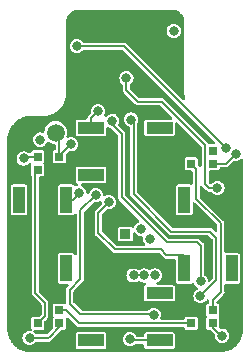
<source format=gbr>
%TF.GenerationSoftware,KiCad,Pcbnew,7.0.6*%
%TF.CreationDate,2023-08-09T20:57:22-04:00*%
%TF.ProjectId,miniclick,6d696e69-636c-4696-936b-2e6b69636164,rev?*%
%TF.SameCoordinates,Original*%
%TF.FileFunction,Copper,L1,Top*%
%TF.FilePolarity,Positive*%
%FSLAX46Y46*%
G04 Gerber Fmt 4.6, Leading zero omitted, Abs format (unit mm)*
G04 Created by KiCad (PCBNEW 7.0.6) date 2023-08-09 20:57:22*
%MOMM*%
%LPD*%
G01*
G04 APERTURE LIST*
%TA.AperFunction,SMDPad,CuDef*%
%ADD10R,2.200000X1.000000*%
%TD*%
%TA.AperFunction,SMDPad,CuDef*%
%ADD11C,1.500000*%
%TD*%
%TA.AperFunction,SMDPad,CuDef*%
%ADD12R,0.700000X0.700000*%
%TD*%
%TA.AperFunction,ComponentPad*%
%ADD13R,0.850000X0.850000*%
%TD*%
%TA.AperFunction,SMDPad,CuDef*%
%ADD14R,1.000000X2.200000*%
%TD*%
%TA.AperFunction,ViaPad*%
%ADD15C,0.800000*%
%TD*%
%TA.AperFunction,Conductor*%
%ADD16C,0.200000*%
%TD*%
%TA.AperFunction,Conductor*%
%ADD17C,0.300000*%
%TD*%
%TA.AperFunction,Conductor*%
%ADD18C,0.600000*%
%TD*%
%TA.AperFunction,Conductor*%
%ADD19C,0.150000*%
%TD*%
G04 APERTURE END LIST*
D10*
%TO.P,SW2,1,1*%
%TO.N,GND*%
X145100000Y-102000000D03*
%TO.P,SW2,2,2*%
%TO.N,unconnected-(SW2-Pad2)*%
X150900000Y-102000000D03*
%TO.P,SW2,3,K*%
%TO.N,unconnected-(SW2-K-Pad3)*%
X145100000Y-106000000D03*
%TO.P,SW2,4,A*%
%TO.N,PA4*%
X150900000Y-106000000D03*
%TD*%
D11*
%TO.P,TP6,1,1*%
%TO.N,ADRS_LED*%
X142100000Y-88400000D03*
%TD*%
D12*
%TO.P,D5,1,VDD*%
%TO.N,+3.3V*%
X155415000Y-91050000D03*
%TO.P,D5,2,DOUT*%
%TO.N,unconnected-(D5-DOUT-Pad2)*%
X155415000Y-89950000D03*
%TO.P,D5,3,VSS*%
%TO.N,GND*%
X153585000Y-89950000D03*
%TO.P,D5,4,DIN*%
%TO.N,Net-(D4-DOUT)*%
X153585000Y-91050000D03*
%TD*%
D13*
%TO.P,J4,1,Pin_1*%
%TO.N,unconnected-(J4-Pin_1-Pad1)*%
X148000000Y-97000000D03*
%TD*%
D10*
%TO.P,SW5,1,1*%
%TO.N,GND*%
X150900000Y-92000000D03*
%TO.P,SW5,2,2*%
%TO.N,unconnected-(SW5-Pad2)*%
X145100000Y-92000000D03*
%TO.P,SW5,3,K*%
%TO.N,unconnected-(SW5-K-Pad3)*%
X150900000Y-88000000D03*
%TO.P,SW5,4,A*%
%TO.N,PA2*%
X145100000Y-88000000D03*
%TD*%
D14*
%TO.P,SW1,1,1*%
%TO.N,GND*%
X157000000Y-94100000D03*
%TO.P,SW1,2,2*%
%TO.N,unconnected-(SW1-Pad2)*%
X157000000Y-99900000D03*
%TO.P,SW1,3,K*%
%TO.N,unconnected-(SW1-K-Pad3)*%
X153000000Y-94100000D03*
%TO.P,SW1,4,A*%
%TO.N,PA3*%
X153000000Y-99900000D03*
%TD*%
%TO.P,SW3,1,1*%
%TO.N,GND*%
X139000000Y-99900000D03*
%TO.P,SW3,2,2*%
%TO.N,unconnected-(SW3-Pad2)*%
X139000000Y-94100000D03*
%TO.P,SW3,3,K*%
%TO.N,unconnected-(SW3-K-Pad3)*%
X143000000Y-99900000D03*
%TO.P,SW3,4,A*%
%TO.N,PA5*%
X143000000Y-94100000D03*
%TD*%
D12*
%TO.P,D3,1,VDD*%
%TO.N,+3.3V*%
X142415000Y-104550000D03*
%TO.P,D3,2,DOUT*%
%TO.N,Net-(D3-DOUT)*%
X142415000Y-103450000D03*
%TO.P,D3,3,VSS*%
%TO.N,GND*%
X140585000Y-103450000D03*
%TO.P,D3,4,DIN*%
%TO.N,Net-(D2-DOUT)*%
X140585000Y-104550000D03*
%TD*%
%TO.P,D2,1,VDD*%
%TO.N,+3.3V*%
X140585000Y-90450000D03*
%TO.P,D2,2,DOUT*%
%TO.N,Net-(D2-DOUT)*%
X140585000Y-91550000D03*
%TO.P,D2,3,VSS*%
%TO.N,GND*%
X142415000Y-91550000D03*
%TO.P,D2,4,DIN*%
%TO.N,ADRS_LED*%
X142415000Y-90450000D03*
%TD*%
%TO.P,D4,1,VDD*%
%TO.N,+3.3V*%
X155415000Y-104550000D03*
%TO.P,D4,2,DOUT*%
%TO.N,Net-(D4-DOUT)*%
X155415000Y-103450000D03*
%TO.P,D4,3,VSS*%
%TO.N,GND*%
X153585000Y-103450000D03*
%TO.P,D4,4,DIN*%
%TO.N,Net-(D3-DOUT)*%
X153585000Y-104550000D03*
%TD*%
D15*
%TO.N,+3.3V*%
X150500000Y-100500000D03*
X149355378Y-96544622D03*
X152100000Y-79800000D03*
X157367812Y-90195892D03*
X148700000Y-100500000D03*
X149600000Y-100500000D03*
X139900000Y-105800000D03*
X150100000Y-97400000D03*
X140800000Y-89000000D03*
X139400000Y-90600000D03*
X156200000Y-105600000D03*
%TO.N,GND*%
X141200000Y-101800000D03*
X150700000Y-99000000D03*
X152100000Y-81700000D03*
X153100000Y-88800000D03*
X154500000Y-105800000D03*
X141600000Y-95700000D03*
X157100000Y-97200000D03*
X152900000Y-96000000D03*
X144100000Y-90500000D03*
X146600000Y-103000000D03*
X148900000Y-103000000D03*
X139300000Y-102100000D03*
X145500000Y-103000000D03*
X148900000Y-99000000D03*
X154700000Y-96000000D03*
X144400000Y-103000000D03*
X149800000Y-99000000D03*
%TO.N,ADRS_LED*%
X143400000Y-89400000D03*
%TO.N,SWDIO*%
X155800000Y-93100000D03*
X148100000Y-83800000D03*
%TO.N,SWDCLK*%
X143900000Y-81100000D03*
X156500000Y-89700000D03*
%TO.N,PA3*%
X146600000Y-94300000D03*
%TO.N,PA4*%
X150400000Y-103850500D03*
X148400000Y-105900000D03*
X145500000Y-93700000D03*
%TO.N,PA5*%
X144100000Y-93500000D03*
%TO.N,PA2*%
X145700000Y-86600000D03*
%TO.N,SDA*%
X154400000Y-101000000D03*
X146900000Y-87400000D03*
%TO.N,SCL*%
X154367926Y-102249057D03*
X148500000Y-87300000D03*
%TD*%
D16*
%TO.N,+3.3V*%
X140000000Y-105700000D02*
X139900000Y-105800000D01*
X156513704Y-91050000D02*
X155415000Y-91050000D01*
X157367812Y-90195892D02*
X157367812Y-90532188D01*
X139900000Y-105800000D02*
X141500000Y-105800000D01*
X155415000Y-104915000D02*
X156100000Y-105600000D01*
X155415000Y-104550000D02*
X155415000Y-104915000D01*
X157367812Y-90195892D02*
X156513704Y-91050000D01*
X142415000Y-104550000D02*
X142415000Y-104885000D01*
X156200000Y-105700000D02*
X156100000Y-105600000D01*
X142415000Y-104885000D02*
X141600000Y-105700000D01*
X156100000Y-105600000D02*
X156200000Y-105600000D01*
X139550000Y-90450000D02*
X139400000Y-90600000D01*
X141500000Y-105800000D02*
X141600000Y-105700000D01*
X156200000Y-105600000D02*
X156200000Y-105700000D01*
X140585000Y-90450000D02*
X139550000Y-90450000D01*
%TO.N,GND*%
X139000000Y-101865000D02*
X139235000Y-102100000D01*
X139000000Y-99900000D02*
X139000000Y-101865000D01*
X139300000Y-102165000D02*
X140585000Y-103450000D01*
X153585000Y-89285000D02*
X153100000Y-88800000D01*
D17*
X142415000Y-91550000D02*
X143050000Y-91550000D01*
D18*
X145100000Y-102300000D02*
X144400000Y-103000000D01*
D17*
X143050000Y-91550000D02*
X144100000Y-90500000D01*
D18*
X145500000Y-103000000D02*
X145100000Y-102600000D01*
D16*
X154500000Y-103815000D02*
X154500000Y-105800000D01*
X153585000Y-89950000D02*
X153585000Y-89285000D01*
X153585000Y-103450000D02*
X154135000Y-103450000D01*
D18*
X145100000Y-102600000D02*
X145100000Y-102000000D01*
X146100000Y-103000000D02*
X145100000Y-102000000D01*
D16*
X157000000Y-97100000D02*
X157000000Y-94100000D01*
X139235000Y-102100000D02*
X139300000Y-102100000D01*
X157100000Y-97200000D02*
X157000000Y-97100000D01*
D18*
X145100000Y-102000000D02*
X145100000Y-102300000D01*
X146600000Y-103000000D02*
X146100000Y-103000000D01*
D16*
X150900000Y-92000000D02*
X150900000Y-91000000D01*
X154135000Y-103450000D02*
X154500000Y-103815000D01*
X150900000Y-91000000D02*
X153100000Y-88800000D01*
D17*
X144100000Y-90500000D02*
X144200000Y-90400000D01*
D16*
X139300000Y-102100000D02*
X139300000Y-102165000D01*
D19*
%TO.N,Net-(D2-DOUT)*%
X141210000Y-103925000D02*
X141210000Y-102825000D01*
X140400000Y-91735000D02*
X140585000Y-91550000D01*
X140585000Y-104550000D02*
X141210000Y-103925000D01*
X140400000Y-102015000D02*
X140400000Y-91735000D01*
X141210000Y-102825000D02*
X140400000Y-102015000D01*
D16*
%TO.N,ADRS_LED*%
X142415000Y-90450000D02*
X142415000Y-88715000D01*
X142415000Y-90450000D02*
X142415000Y-90385000D01*
X142415000Y-88715000D02*
X142100000Y-88400000D01*
X142415000Y-90385000D02*
X143400000Y-89400000D01*
%TO.N,Net-(D3-DOUT)*%
X144050000Y-104550000D02*
X153585000Y-104550000D01*
X142415000Y-103450000D02*
X142950000Y-103450000D01*
X142950000Y-103450000D02*
X144050000Y-104550000D01*
%TO.N,Net-(D4-DOUT)*%
X154000000Y-91465000D02*
X153585000Y-91050000D01*
X156100000Y-96100000D02*
X154000000Y-94000000D01*
X154000000Y-94000000D02*
X154000000Y-91465000D01*
X155415000Y-102585000D02*
X156100000Y-101900000D01*
X156100000Y-101900000D02*
X156100000Y-96100000D01*
X155415000Y-103450000D02*
X155415000Y-102585000D01*
%TO.N,SWDIO*%
X148100000Y-84800000D02*
X149100000Y-85800000D01*
X151089950Y-85800000D02*
X154765000Y-89475050D01*
X149100000Y-85800000D02*
X151089950Y-85800000D01*
X154765000Y-92765000D02*
X155100000Y-93100000D01*
X155100000Y-93100000D02*
X155800000Y-93100000D01*
X154765000Y-89475050D02*
X154765000Y-92765000D01*
X148100000Y-83800000D02*
X148100000Y-84800000D01*
%TO.N,SWDCLK*%
X156500000Y-89700000D02*
X147900000Y-81100000D01*
X147900000Y-81100000D02*
X143900000Y-81100000D01*
%TO.N,PA3*%
X145700000Y-95200000D02*
X146600000Y-94300000D01*
X145700000Y-96900000D02*
X145700000Y-95200000D01*
X151489950Y-98800000D02*
X150989950Y-98300000D01*
X147100000Y-98300000D02*
X145700000Y-96900000D01*
X153000000Y-98800000D02*
X151489950Y-98800000D01*
X150989950Y-98300000D02*
X147100000Y-98300000D01*
X153000000Y-99900000D02*
X153000000Y-98800000D01*
X146600000Y-94300000D02*
X146600000Y-94400000D01*
%TO.N,PA4*%
X148500000Y-106000000D02*
X150900000Y-106000000D01*
X144200000Y-95000000D02*
X145500000Y-93700000D01*
X144200000Y-100800000D02*
X144200000Y-95000000D01*
X150400000Y-103850500D02*
X150349500Y-103800000D01*
X150349500Y-103800000D02*
X144210050Y-103800000D01*
X143300000Y-101700000D02*
X144200000Y-100800000D01*
X144210050Y-103800000D02*
X143300000Y-102889950D01*
X148400000Y-105900000D02*
X148500000Y-106000000D01*
X143300000Y-102889950D02*
X143300000Y-101700000D01*
%TO.N,PA5*%
X143600000Y-94100000D02*
X144100000Y-93600000D01*
X144100000Y-93600000D02*
X144100000Y-93500000D01*
X144200000Y-93500000D02*
X144200000Y-93500000D01*
X144100000Y-93500000D02*
X144200000Y-93500000D01*
X143000000Y-94100000D02*
X143600000Y-94100000D01*
%TO.N,PA2*%
X145100000Y-87200000D02*
X145100000Y-88000000D01*
X145700000Y-86600000D02*
X145100000Y-87200000D01*
%TO.N,SDA*%
X147700000Y-93900000D02*
X151500000Y-97700000D01*
X154100000Y-97700000D02*
X154400000Y-98000000D01*
X154400000Y-98000000D02*
X154400000Y-101000000D01*
X147700000Y-88500000D02*
X147700000Y-93900000D01*
X151500000Y-97700000D02*
X154100000Y-97700000D01*
X146900000Y-87400000D02*
X146900000Y-87700000D01*
X146900000Y-87700000D02*
X147700000Y-88500000D01*
%TO.N,SCL*%
X151900000Y-96800000D02*
X148725000Y-93625000D01*
X155700000Y-97300000D02*
X155200000Y-96800000D01*
X148725000Y-87525000D02*
X148500000Y-87300000D01*
X155200000Y-96800000D02*
X151900000Y-96800000D01*
X155700000Y-100916983D02*
X155700000Y-97300000D01*
X148725000Y-93625000D02*
X148725000Y-87525000D01*
X154367926Y-102249057D02*
X155700000Y-100916983D01*
%TD*%
%TA.AperFunction,Conductor*%
%TO.N,GND*%
G36*
X152002695Y-78000735D02*
G01*
X152045519Y-78004482D01*
X152171771Y-78016918D01*
X152191685Y-78020541D01*
X152258349Y-78038403D01*
X152351570Y-78066682D01*
X152367971Y-78072958D01*
X152435411Y-78104406D01*
X152438375Y-78105888D01*
X152475969Y-78125982D01*
X152522327Y-78150762D01*
X152528667Y-78154657D01*
X152594828Y-78200983D01*
X152598600Y-78203844D01*
X152670808Y-78263103D01*
X152675309Y-78267182D01*
X152732815Y-78324688D01*
X152736895Y-78329190D01*
X152796154Y-78401398D01*
X152799015Y-78405170D01*
X152845341Y-78471331D01*
X152849236Y-78477671D01*
X152894101Y-78561605D01*
X152895614Y-78564631D01*
X152927040Y-78632027D01*
X152933319Y-78648435D01*
X152961601Y-78741669D01*
X152979454Y-78808299D01*
X152983082Y-78828238D01*
X152995523Y-78954554D01*
X152999264Y-78997302D01*
X152999500Y-79002710D01*
X152999500Y-84968299D01*
X152998077Y-84973142D01*
X152999342Y-84990815D01*
X152999500Y-84995239D01*
X152999500Y-85131127D01*
X153018739Y-85277253D01*
X153018690Y-85277563D01*
X153019058Y-85279672D01*
X153020885Y-85293555D01*
X153021257Y-85297219D01*
X153026647Y-85372580D01*
X153031974Y-85387325D01*
X153032938Y-85387134D01*
X153033729Y-85391112D01*
X153066823Y-85514622D01*
X153065160Y-85584472D01*
X153025997Y-85642334D01*
X152961769Y-85669838D01*
X152892866Y-85658251D01*
X152859367Y-85634396D01*
X148156922Y-80931951D01*
X148151278Y-80925465D01*
X148143956Y-80915770D01*
X148108624Y-80883560D01*
X148106573Y-80881602D01*
X148092797Y-80867826D01*
X148090586Y-80866311D01*
X148083853Y-80860978D01*
X148060933Y-80840084D01*
X148054470Y-80837580D01*
X148029192Y-80824256D01*
X148023481Y-80820344D01*
X148023478Y-80820343D01*
X148023479Y-80820343D01*
X147993302Y-80813244D01*
X147985094Y-80810703D01*
X147956173Y-80799500D01*
X147949249Y-80799500D01*
X147920858Y-80796206D01*
X147914119Y-80794621D01*
X147883409Y-80798905D01*
X147874834Y-80799500D01*
X144487482Y-80799500D01*
X144420443Y-80779815D01*
X144389106Y-80750986D01*
X144328283Y-80671719D01*
X144328282Y-80671718D01*
X144202841Y-80575464D01*
X144056762Y-80514956D01*
X144056760Y-80514955D01*
X143900001Y-80494318D01*
X143899999Y-80494318D01*
X143743239Y-80514955D01*
X143743237Y-80514956D01*
X143597160Y-80575463D01*
X143471718Y-80671718D01*
X143375463Y-80797160D01*
X143314956Y-80943237D01*
X143314955Y-80943239D01*
X143294318Y-81099998D01*
X143294318Y-81100001D01*
X143314955Y-81256760D01*
X143314956Y-81256762D01*
X143375464Y-81402841D01*
X143471718Y-81528282D01*
X143597159Y-81624536D01*
X143743238Y-81685044D01*
X143821619Y-81695363D01*
X143899999Y-81705682D01*
X143900000Y-81705682D01*
X143900001Y-81705682D01*
X143952254Y-81698802D01*
X144056762Y-81685044D01*
X144202841Y-81624536D01*
X144328282Y-81528282D01*
X144389106Y-81449013D01*
X144445534Y-81407811D01*
X144487482Y-81400500D01*
X147724167Y-81400500D01*
X147791206Y-81420185D01*
X147811848Y-81436819D01*
X155562847Y-89187819D01*
X155596332Y-89249142D01*
X155591348Y-89318834D01*
X155549476Y-89374767D01*
X155484012Y-89399184D01*
X155475166Y-89399500D01*
X155140929Y-89399500D01*
X155073890Y-89379815D01*
X155028135Y-89327011D01*
X155027494Y-89325585D01*
X155017451Y-89302840D01*
X155017206Y-89302285D01*
X155012309Y-89297388D01*
X154994563Y-89274984D01*
X154990918Y-89269097D01*
X154966172Y-89250410D01*
X154959694Y-89244773D01*
X151346871Y-85631950D01*
X151341228Y-85625465D01*
X151333906Y-85615770D01*
X151298574Y-85583560D01*
X151296523Y-85581602D01*
X151282747Y-85567826D01*
X151280536Y-85566311D01*
X151273803Y-85560978D01*
X151250883Y-85540084D01*
X151244420Y-85537580D01*
X151219142Y-85524256D01*
X151213431Y-85520344D01*
X151213428Y-85520343D01*
X151213429Y-85520343D01*
X151183252Y-85513244D01*
X151175044Y-85510703D01*
X151146123Y-85499500D01*
X151139199Y-85499500D01*
X151110808Y-85496206D01*
X151104069Y-85494621D01*
X151073359Y-85498905D01*
X151064784Y-85499500D01*
X149275833Y-85499500D01*
X149208794Y-85479815D01*
X149188152Y-85463181D01*
X148436819Y-84711848D01*
X148403334Y-84650525D01*
X148400500Y-84624167D01*
X148400500Y-84387482D01*
X148420185Y-84320443D01*
X148449014Y-84289106D01*
X148528282Y-84228282D01*
X148624536Y-84102841D01*
X148685044Y-83956762D01*
X148705682Y-83800000D01*
X148685044Y-83643238D01*
X148624536Y-83497159D01*
X148528282Y-83371718D01*
X148402841Y-83275464D01*
X148256762Y-83214956D01*
X148256760Y-83214955D01*
X148100001Y-83194318D01*
X148099999Y-83194318D01*
X147943239Y-83214955D01*
X147943237Y-83214956D01*
X147797160Y-83275463D01*
X147671718Y-83371718D01*
X147575463Y-83497160D01*
X147514956Y-83643237D01*
X147514955Y-83643239D01*
X147494318Y-83799998D01*
X147494318Y-83800001D01*
X147514955Y-83956760D01*
X147514956Y-83956762D01*
X147575464Y-84102841D01*
X147671718Y-84228282D01*
X147671719Y-84228283D01*
X147750986Y-84289106D01*
X147792189Y-84345534D01*
X147799500Y-84387482D01*
X147799500Y-84737158D01*
X147798905Y-84745732D01*
X147797227Y-84757763D01*
X147799434Y-84805509D01*
X147799500Y-84808372D01*
X147799500Y-84827845D01*
X147799993Y-84830482D01*
X147800982Y-84839015D01*
X147802415Y-84869991D01*
X147802416Y-84869997D01*
X147805214Y-84876334D01*
X147813664Y-84903620D01*
X147814937Y-84910429D01*
X147814937Y-84910430D01*
X147831260Y-84936793D01*
X147835263Y-84944386D01*
X147847794Y-84972765D01*
X147847795Y-84972766D01*
X147847796Y-84972768D01*
X147852689Y-84977661D01*
X147870435Y-85000065D01*
X147874077Y-85005948D01*
X147874080Y-85005951D01*
X147898826Y-85024639D01*
X147905311Y-85030282D01*
X148843081Y-85968053D01*
X148848723Y-85974537D01*
X148856039Y-85984224D01*
X148856040Y-85984225D01*
X148856042Y-85984228D01*
X148873069Y-85999750D01*
X148891364Y-86016429D01*
X148893412Y-86018384D01*
X148907203Y-86032175D01*
X148908663Y-86033175D01*
X148909419Y-86033693D01*
X148916158Y-86039031D01*
X148939063Y-86059913D01*
X148939065Y-86059914D01*
X148939067Y-86059916D01*
X148945523Y-86062417D01*
X148970807Y-86075743D01*
X148976520Y-86079657D01*
X148991214Y-86083112D01*
X149006698Y-86086755D01*
X149014911Y-86089298D01*
X149043826Y-86100500D01*
X149043827Y-86100500D01*
X149050753Y-86100500D01*
X149079141Y-86103793D01*
X149085882Y-86105379D01*
X149116594Y-86101094D01*
X149125168Y-86100500D01*
X150914117Y-86100500D01*
X150981156Y-86120185D01*
X151001798Y-86136819D01*
X151952798Y-87087819D01*
X151986283Y-87149142D01*
X151981299Y-87218834D01*
X151939427Y-87274767D01*
X151873963Y-87299184D01*
X151865117Y-87299500D01*
X149780247Y-87299500D01*
X149721770Y-87311131D01*
X149721769Y-87311132D01*
X149655447Y-87355447D01*
X149611132Y-87421769D01*
X149611131Y-87421770D01*
X149599500Y-87480247D01*
X149599500Y-88519752D01*
X149611131Y-88578229D01*
X149611132Y-88578230D01*
X149655447Y-88644552D01*
X149721769Y-88688867D01*
X149721770Y-88688868D01*
X149780247Y-88700499D01*
X149780250Y-88700500D01*
X149780252Y-88700500D01*
X152019750Y-88700500D01*
X152019751Y-88700499D01*
X152036544Y-88697159D01*
X152078229Y-88688868D01*
X152078229Y-88688867D01*
X152078231Y-88688867D01*
X152144552Y-88644552D01*
X152188867Y-88578231D01*
X152188867Y-88578229D01*
X152188868Y-88578229D01*
X152200499Y-88519752D01*
X152200500Y-88519750D01*
X152200500Y-87634882D01*
X152220185Y-87567843D01*
X152272989Y-87522088D01*
X152342147Y-87512144D01*
X152405703Y-87541169D01*
X152412166Y-87547187D01*
X153427818Y-88562839D01*
X154428181Y-89563202D01*
X154461666Y-89624525D01*
X154464500Y-89650883D01*
X154464500Y-91205167D01*
X154444815Y-91272206D01*
X154392011Y-91317961D01*
X154322853Y-91327905D01*
X154259297Y-91298880D01*
X154252819Y-91292848D01*
X154247309Y-91287338D01*
X154229563Y-91264934D01*
X154225918Y-91259047D01*
X154201172Y-91240360D01*
X154194694Y-91234723D01*
X154171819Y-91211847D01*
X154138334Y-91150525D01*
X154135500Y-91124167D01*
X154135500Y-90680249D01*
X154135499Y-90680247D01*
X154123868Y-90621770D01*
X154123867Y-90621769D01*
X154079552Y-90555447D01*
X154013230Y-90511132D01*
X154013229Y-90511131D01*
X153954752Y-90499500D01*
X153954748Y-90499500D01*
X153215252Y-90499500D01*
X153215247Y-90499500D01*
X153156770Y-90511131D01*
X153156769Y-90511132D01*
X153090447Y-90555447D01*
X153046132Y-90621769D01*
X153046131Y-90621770D01*
X153034500Y-90680247D01*
X153034500Y-91419752D01*
X153046131Y-91478229D01*
X153046132Y-91478230D01*
X153090447Y-91544552D01*
X153156769Y-91588867D01*
X153156770Y-91588868D01*
X153215247Y-91600499D01*
X153215250Y-91600500D01*
X153215252Y-91600500D01*
X153575500Y-91600500D01*
X153642539Y-91620185D01*
X153688294Y-91672989D01*
X153699500Y-91724500D01*
X153699500Y-92684160D01*
X153679815Y-92751199D01*
X153627011Y-92796954D01*
X153557853Y-92806898D01*
X153551309Y-92805777D01*
X153519752Y-92799500D01*
X153519748Y-92799500D01*
X152480252Y-92799500D01*
X152480247Y-92799500D01*
X152421770Y-92811131D01*
X152421769Y-92811132D01*
X152355447Y-92855447D01*
X152311132Y-92921769D01*
X152311131Y-92921770D01*
X152299500Y-92980247D01*
X152299500Y-95219752D01*
X152311131Y-95278229D01*
X152311132Y-95278230D01*
X152355447Y-95344552D01*
X152421769Y-95388867D01*
X152421770Y-95388868D01*
X152480247Y-95400499D01*
X152480250Y-95400500D01*
X152480252Y-95400500D01*
X153519750Y-95400500D01*
X153519751Y-95400499D01*
X153534568Y-95397552D01*
X153578229Y-95388868D01*
X153578229Y-95388867D01*
X153578231Y-95388867D01*
X153644552Y-95344552D01*
X153688867Y-95278231D01*
X153688867Y-95278229D01*
X153688868Y-95278229D01*
X153699422Y-95225166D01*
X153700500Y-95219748D01*
X153700500Y-94424833D01*
X153720185Y-94357794D01*
X153772989Y-94312039D01*
X153842147Y-94302095D01*
X153905703Y-94331120D01*
X153912181Y-94337152D01*
X155763181Y-96188152D01*
X155796666Y-96249475D01*
X155799500Y-96275833D01*
X155799500Y-96675167D01*
X155779815Y-96742206D01*
X155727011Y-96787961D01*
X155657853Y-96797905D01*
X155594297Y-96768880D01*
X155587819Y-96762848D01*
X155456922Y-96631951D01*
X155451278Y-96625465D01*
X155443956Y-96615770D01*
X155408624Y-96583560D01*
X155406573Y-96581602D01*
X155392797Y-96567826D01*
X155390586Y-96566311D01*
X155383853Y-96560978D01*
X155360933Y-96540084D01*
X155354470Y-96537580D01*
X155329192Y-96524256D01*
X155323481Y-96520344D01*
X155323478Y-96520343D01*
X155323479Y-96520343D01*
X155293302Y-96513244D01*
X155285094Y-96510703D01*
X155256173Y-96499500D01*
X155249249Y-96499500D01*
X155220858Y-96496206D01*
X155214119Y-96494621D01*
X155183409Y-96498905D01*
X155174834Y-96499500D01*
X152075833Y-96499500D01*
X152008794Y-96479815D01*
X151988152Y-96463181D01*
X149061819Y-93536847D01*
X149028334Y-93475524D01*
X149025500Y-93449166D01*
X149025500Y-87625178D01*
X149034939Y-87577725D01*
X149043623Y-87556760D01*
X149085044Y-87456762D01*
X149098802Y-87352254D01*
X149105682Y-87300001D01*
X149105682Y-87299998D01*
X149085821Y-87149142D01*
X149085044Y-87143238D01*
X149024536Y-86997159D01*
X148928282Y-86871718D01*
X148802841Y-86775464D01*
X148757690Y-86756762D01*
X148656762Y-86714956D01*
X148656760Y-86714955D01*
X148500001Y-86694318D01*
X148499999Y-86694318D01*
X148343239Y-86714955D01*
X148343237Y-86714956D01*
X148197160Y-86775463D01*
X148071718Y-86871718D01*
X147975463Y-86997160D01*
X147914956Y-87143237D01*
X147914955Y-87143239D01*
X147894318Y-87299998D01*
X147894318Y-87300001D01*
X147914955Y-87456760D01*
X147914956Y-87456762D01*
X147965060Y-87577725D01*
X147975464Y-87602841D01*
X148071718Y-87728282D01*
X148197159Y-87824536D01*
X148197160Y-87824536D01*
X148197161Y-87824537D01*
X148230438Y-87838321D01*
X148343238Y-87885044D01*
X148343240Y-87885044D01*
X148347952Y-87886996D01*
X148402356Y-87930837D01*
X148424421Y-87997131D01*
X148424500Y-88001557D01*
X148424500Y-93562158D01*
X148423905Y-93570732D01*
X148422227Y-93582763D01*
X148424434Y-93630509D01*
X148424500Y-93633372D01*
X148424500Y-93652845D01*
X148424993Y-93655482D01*
X148425982Y-93664015D01*
X148427415Y-93694991D01*
X148427416Y-93694997D01*
X148430214Y-93701334D01*
X148438664Y-93728620D01*
X148439937Y-93735429D01*
X148439937Y-93735430D01*
X148456260Y-93761793D01*
X148460263Y-93769386D01*
X148472794Y-93797765D01*
X148472795Y-93797766D01*
X148472796Y-93797768D01*
X148477689Y-93802661D01*
X148495435Y-93825065D01*
X148499077Y-93830948D01*
X148499080Y-93830951D01*
X148523826Y-93849639D01*
X148530311Y-93855282D01*
X151643078Y-96968049D01*
X151648721Y-96974533D01*
X151656041Y-96984226D01*
X151656042Y-96984228D01*
X151677314Y-97003620D01*
X151691375Y-97016439D01*
X151693423Y-97018394D01*
X151707203Y-97032174D01*
X151709413Y-97033688D01*
X151716143Y-97039018D01*
X151727016Y-97048930D01*
X151739064Y-97059914D01*
X151739065Y-97059914D01*
X151739067Y-97059916D01*
X151745530Y-97062419D01*
X151770807Y-97075743D01*
X151776519Y-97079656D01*
X151806702Y-97086754D01*
X151814903Y-97089294D01*
X151843827Y-97100500D01*
X151850751Y-97100500D01*
X151879141Y-97103793D01*
X151885881Y-97105379D01*
X151916590Y-97101095D01*
X151925166Y-97100500D01*
X155024167Y-97100500D01*
X155091206Y-97120185D01*
X155111848Y-97136819D01*
X155363181Y-97388152D01*
X155396666Y-97449475D01*
X155399500Y-97475833D01*
X155399500Y-100741149D01*
X155379815Y-100808188D01*
X155363181Y-100828831D01*
X155205158Y-100986853D01*
X155143835Y-101020337D01*
X155074143Y-101015353D01*
X155018210Y-100973481D01*
X154994538Y-100915356D01*
X154985044Y-100843238D01*
X154924536Y-100697159D01*
X154828282Y-100571718D01*
X154828280Y-100571717D01*
X154828280Y-100571716D01*
X154749014Y-100510894D01*
X154707811Y-100454466D01*
X154700500Y-100412518D01*
X154700500Y-98062838D01*
X154701095Y-98054262D01*
X154702771Y-98042239D01*
X154702773Y-98042235D01*
X154700566Y-97994490D01*
X154700500Y-97991627D01*
X154700500Y-97972159D01*
X154700499Y-97972153D01*
X154700009Y-97969533D01*
X154699016Y-97960980D01*
X154698967Y-97959916D01*
X154697585Y-97930008D01*
X154694788Y-97923675D01*
X154686332Y-97896368D01*
X154685061Y-97889567D01*
X154668736Y-97863202D01*
X154664735Y-97855612D01*
X154652206Y-97827235D01*
X154647309Y-97822338D01*
X154629563Y-97799934D01*
X154625918Y-97794047D01*
X154601172Y-97775360D01*
X154594694Y-97769723D01*
X154356922Y-97531951D01*
X154351278Y-97525465D01*
X154343956Y-97515770D01*
X154308624Y-97483560D01*
X154306573Y-97481602D01*
X154292797Y-97467826D01*
X154290586Y-97466311D01*
X154283853Y-97460978D01*
X154260933Y-97440084D01*
X154254470Y-97437580D01*
X154229192Y-97424256D01*
X154223481Y-97420344D01*
X154223478Y-97420343D01*
X154223479Y-97420343D01*
X154193302Y-97413244D01*
X154185094Y-97410703D01*
X154156173Y-97399500D01*
X154149249Y-97399500D01*
X154120858Y-97396206D01*
X154114119Y-97394621D01*
X154083409Y-97398905D01*
X154074834Y-97399500D01*
X151675833Y-97399500D01*
X151608794Y-97379815D01*
X151588152Y-97363181D01*
X148036819Y-93811848D01*
X148003334Y-93750525D01*
X148000500Y-93724167D01*
X148000500Y-88562839D01*
X148001095Y-88554263D01*
X148002771Y-88542240D01*
X148002773Y-88542236D01*
X148000566Y-88494491D01*
X148000500Y-88491628D01*
X148000500Y-88472159D01*
X148000499Y-88472153D01*
X148000009Y-88469533D01*
X147999016Y-88460980D01*
X147998952Y-88459596D01*
X147997585Y-88430009D01*
X147994788Y-88423676D01*
X147986332Y-88396370D01*
X147985061Y-88389567D01*
X147968738Y-88363205D01*
X147964731Y-88355602D01*
X147952207Y-88327237D01*
X147952206Y-88327236D01*
X147952206Y-88327235D01*
X147947309Y-88322338D01*
X147929563Y-88299934D01*
X147925918Y-88294047D01*
X147901172Y-88275360D01*
X147894694Y-88269723D01*
X147454793Y-87829821D01*
X147421308Y-87768499D01*
X147426292Y-87698807D01*
X147427913Y-87694688D01*
X147450360Y-87640496D01*
X147485044Y-87556762D01*
X147505682Y-87400000D01*
X147501525Y-87368428D01*
X147485044Y-87243239D01*
X147485044Y-87243238D01*
X147424536Y-87097159D01*
X147328282Y-86971718D01*
X147202841Y-86875464D01*
X147193797Y-86871718D01*
X147056762Y-86814956D01*
X147056760Y-86814955D01*
X146900001Y-86794318D01*
X146899999Y-86794318D01*
X146743239Y-86814955D01*
X146743237Y-86814956D01*
X146597160Y-86875463D01*
X146561023Y-86903192D01*
X146476517Y-86968036D01*
X146471717Y-86971719D01*
X146445962Y-87005284D01*
X146389534Y-87046486D01*
X146319788Y-87050640D01*
X146258868Y-87016427D01*
X146226115Y-86954709D01*
X146231930Y-86885082D01*
X146233009Y-86882383D01*
X146285044Y-86756762D01*
X146305682Y-86600000D01*
X146285044Y-86443238D01*
X146224536Y-86297159D01*
X146128282Y-86171718D01*
X146002841Y-86075464D01*
X145983889Y-86067614D01*
X145856762Y-86014956D01*
X145856760Y-86014955D01*
X145700001Y-85994318D01*
X145699999Y-85994318D01*
X145543239Y-86014955D01*
X145543237Y-86014956D01*
X145397160Y-86075463D01*
X145271718Y-86171718D01*
X145175463Y-86297160D01*
X145114956Y-86443237D01*
X145114955Y-86443239D01*
X145094318Y-86599998D01*
X145094318Y-86600001D01*
X145107359Y-86699060D01*
X145096593Y-86768095D01*
X145072101Y-86802926D01*
X144931948Y-86943080D01*
X144925464Y-86948722D01*
X144915768Y-86956044D01*
X144883559Y-86991374D01*
X144881585Y-86993442D01*
X144867827Y-87007200D01*
X144867822Y-87007206D01*
X144866306Y-87009420D01*
X144860976Y-87016148D01*
X144840083Y-87039066D01*
X144840083Y-87039067D01*
X144837578Y-87045533D01*
X144824259Y-87070802D01*
X144820345Y-87076515D01*
X144820343Y-87076521D01*
X144813244Y-87106699D01*
X144810702Y-87114907D01*
X144799500Y-87143826D01*
X144799500Y-87150751D01*
X144796206Y-87179141D01*
X144791990Y-87197066D01*
X144789573Y-87196497D01*
X144772082Y-87247278D01*
X144717225Y-87290550D01*
X144670969Y-87299500D01*
X143980247Y-87299500D01*
X143921770Y-87311131D01*
X143921769Y-87311132D01*
X143855447Y-87355447D01*
X143811132Y-87421769D01*
X143811131Y-87421770D01*
X143799500Y-87480247D01*
X143799500Y-88519752D01*
X143811131Y-88578229D01*
X143811132Y-88578230D01*
X143855447Y-88644552D01*
X143921769Y-88688867D01*
X143921770Y-88688868D01*
X143980247Y-88700499D01*
X143980250Y-88700500D01*
X143980252Y-88700500D01*
X146219750Y-88700500D01*
X146219751Y-88700499D01*
X146236544Y-88697159D01*
X146278229Y-88688868D01*
X146278229Y-88688867D01*
X146278231Y-88688867D01*
X146344552Y-88644552D01*
X146388867Y-88578231D01*
X146388867Y-88578229D01*
X146388868Y-88578229D01*
X146400499Y-88519752D01*
X146400500Y-88519750D01*
X146400500Y-88025081D01*
X146420185Y-87958042D01*
X146472989Y-87912287D01*
X146542147Y-87902343D01*
X146589153Y-87922144D01*
X146590119Y-87920472D01*
X146597157Y-87924534D01*
X146597159Y-87924536D01*
X146743238Y-87985044D01*
X146743239Y-87985044D01*
X146749190Y-87987509D01*
X146789418Y-88014389D01*
X147363181Y-88588152D01*
X147396666Y-88649475D01*
X147399500Y-88675833D01*
X147399500Y-93837158D01*
X147398905Y-93845732D01*
X147397227Y-93857763D01*
X147399434Y-93905509D01*
X147399500Y-93908372D01*
X147399500Y-93927845D01*
X147399993Y-93930482D01*
X147400982Y-93939015D01*
X147402415Y-93969991D01*
X147402416Y-93969997D01*
X147405214Y-93976334D01*
X147413664Y-94003620D01*
X147414937Y-94010429D01*
X147414937Y-94010430D01*
X147414939Y-94010433D01*
X147425165Y-94026950D01*
X147431260Y-94036793D01*
X147435263Y-94044386D01*
X147447794Y-94072765D01*
X147447795Y-94072766D01*
X147447796Y-94072768D01*
X147452689Y-94077661D01*
X147470435Y-94100065D01*
X147474077Y-94105948D01*
X147474080Y-94105951D01*
X147498826Y-94124639D01*
X147505311Y-94130282D01*
X149163551Y-95788523D01*
X149197036Y-95849846D01*
X149192052Y-95919538D01*
X149150180Y-95975471D01*
X149123323Y-95990765D01*
X149052538Y-96020085D01*
X148927096Y-96116340D01*
X148830841Y-96241782D01*
X148770070Y-96388495D01*
X148726228Y-96442899D01*
X148659934Y-96464963D01*
X148592235Y-96447683D01*
X148573098Y-96432817D01*
X148503230Y-96386132D01*
X148503229Y-96386131D01*
X148444752Y-96374500D01*
X148444748Y-96374500D01*
X147555252Y-96374500D01*
X147555247Y-96374500D01*
X147496770Y-96386131D01*
X147496769Y-96386132D01*
X147430447Y-96430447D01*
X147386132Y-96496769D01*
X147386131Y-96496770D01*
X147374500Y-96555247D01*
X147374500Y-97444752D01*
X147386131Y-97503229D01*
X147386132Y-97503230D01*
X147430447Y-97569552D01*
X147496769Y-97613867D01*
X147496770Y-97613868D01*
X147555247Y-97625499D01*
X147555250Y-97625500D01*
X147555252Y-97625500D01*
X148444750Y-97625500D01*
X148444751Y-97625499D01*
X148459568Y-97622552D01*
X148503229Y-97613868D01*
X148503229Y-97613867D01*
X148503231Y-97613867D01*
X148569552Y-97569552D01*
X148613867Y-97503231D01*
X148613867Y-97503229D01*
X148613868Y-97503229D01*
X148625499Y-97444752D01*
X148625500Y-97444750D01*
X148625500Y-96945148D01*
X148645185Y-96878109D01*
X148697989Y-96832354D01*
X148767147Y-96822410D01*
X148830703Y-96851435D01*
X148847875Y-96869661D01*
X148867672Y-96895462D01*
X148924861Y-96969992D01*
X148927096Y-96972904D01*
X149052537Y-97069158D01*
X149198616Y-97129666D01*
X149355378Y-97150304D01*
X149370003Y-97148378D01*
X149439036Y-97159142D01*
X149491293Y-97205521D01*
X149510180Y-97272789D01*
X149509128Y-97287502D01*
X149494318Y-97399998D01*
X149494318Y-97400001D01*
X149514955Y-97556760D01*
X149514956Y-97556762D01*
X149575464Y-97702842D01*
X149650027Y-97800014D01*
X149675221Y-97865183D01*
X149661183Y-97933628D01*
X149612369Y-97983617D01*
X149551651Y-97999500D01*
X147275833Y-97999500D01*
X147208794Y-97979815D01*
X147188152Y-97963181D01*
X146036819Y-96811848D01*
X146003334Y-96750525D01*
X146000500Y-96724167D01*
X146000500Y-95375832D01*
X146020185Y-95308793D01*
X146036815Y-95288155D01*
X146397073Y-94927896D01*
X146458394Y-94894413D01*
X146500936Y-94892640D01*
X146600000Y-94905682D01*
X146600001Y-94905682D01*
X146652253Y-94898802D01*
X146756762Y-94885044D01*
X146902841Y-94824536D01*
X147028282Y-94728282D01*
X147124536Y-94602841D01*
X147185044Y-94456762D01*
X147205682Y-94300000D01*
X147204946Y-94294413D01*
X147188931Y-94172765D01*
X147185044Y-94143238D01*
X147124536Y-93997159D01*
X147028282Y-93871718D01*
X146902841Y-93775464D01*
X146878677Y-93765455D01*
X146756762Y-93714956D01*
X146756760Y-93714955D01*
X146600001Y-93694318D01*
X146599999Y-93694318D01*
X146443239Y-93714955D01*
X146443237Y-93714956D01*
X146297156Y-93775465D01*
X146290119Y-93779528D01*
X146288500Y-93776725D01*
X146237428Y-93796438D01*
X146168991Y-93782362D01*
X146119028Y-93733520D01*
X146104240Y-93689047D01*
X146103713Y-93685043D01*
X146085044Y-93543238D01*
X146024536Y-93397159D01*
X145928282Y-93271718D01*
X145802841Y-93175464D01*
X145656762Y-93114956D01*
X145656760Y-93114955D01*
X145500001Y-93094318D01*
X145499999Y-93094318D01*
X145343239Y-93114955D01*
X145343237Y-93114956D01*
X145197160Y-93175463D01*
X145071718Y-93271718D01*
X144975463Y-93397160D01*
X144937570Y-93488642D01*
X144893728Y-93543046D01*
X144827434Y-93565110D01*
X144759735Y-93547830D01*
X144712125Y-93496693D01*
X144700070Y-93457374D01*
X144698989Y-93449166D01*
X144685044Y-93343238D01*
X144624536Y-93197159D01*
X144528282Y-93071718D01*
X144402841Y-92975464D01*
X144314955Y-92939060D01*
X144260553Y-92895220D01*
X144238488Y-92828926D01*
X144255767Y-92761227D01*
X144306904Y-92713616D01*
X144362409Y-92700500D01*
X146219750Y-92700500D01*
X146219751Y-92700499D01*
X146234568Y-92697552D01*
X146278229Y-92688868D01*
X146278229Y-92688867D01*
X146278231Y-92688867D01*
X146344552Y-92644552D01*
X146388867Y-92578231D01*
X146388867Y-92578229D01*
X146388868Y-92578229D01*
X146400499Y-92519752D01*
X146400500Y-92519750D01*
X146400500Y-91480249D01*
X146400499Y-91480247D01*
X146388868Y-91421770D01*
X146388867Y-91421769D01*
X146344552Y-91355447D01*
X146278230Y-91311132D01*
X146278229Y-91311131D01*
X146219752Y-91299500D01*
X146219748Y-91299500D01*
X143980252Y-91299500D01*
X143980247Y-91299500D01*
X143921770Y-91311131D01*
X143921769Y-91311132D01*
X143855447Y-91355447D01*
X143811132Y-91421769D01*
X143811131Y-91421770D01*
X143799500Y-91480247D01*
X143799500Y-92519752D01*
X143811131Y-92578229D01*
X143811132Y-92578230D01*
X143855447Y-92644552D01*
X143896104Y-92671718D01*
X143921769Y-92688867D01*
X143921771Y-92688868D01*
X143928843Y-92691798D01*
X143983246Y-92735639D01*
X144005310Y-92801934D01*
X143988030Y-92869633D01*
X143936892Y-92917243D01*
X143928841Y-92920919D01*
X143834459Y-92960013D01*
X143764990Y-92967482D01*
X143702511Y-92936207D01*
X143683905Y-92914343D01*
X143644552Y-92855447D01*
X143578230Y-92811132D01*
X143578229Y-92811131D01*
X143519752Y-92799500D01*
X143519748Y-92799500D01*
X142480252Y-92799500D01*
X142480247Y-92799500D01*
X142421770Y-92811131D01*
X142421769Y-92811132D01*
X142355447Y-92855447D01*
X142311132Y-92921769D01*
X142311131Y-92921770D01*
X142299500Y-92980247D01*
X142299500Y-95219752D01*
X142311131Y-95278229D01*
X142311132Y-95278230D01*
X142355447Y-95344552D01*
X142421769Y-95388867D01*
X142421770Y-95388868D01*
X142480247Y-95400499D01*
X142480250Y-95400500D01*
X142480252Y-95400500D01*
X143519750Y-95400500D01*
X143519751Y-95400499D01*
X143534568Y-95397552D01*
X143578229Y-95388868D01*
X143578229Y-95388867D01*
X143578231Y-95388867D01*
X143644552Y-95344552D01*
X143672398Y-95302877D01*
X143726010Y-95258073D01*
X143795335Y-95249366D01*
X143858362Y-95279520D01*
X143895082Y-95338963D01*
X143899500Y-95371769D01*
X143899500Y-98628230D01*
X143879815Y-98695269D01*
X143827011Y-98741024D01*
X143757853Y-98750968D01*
X143694297Y-98721943D01*
X143672398Y-98697122D01*
X143644551Y-98655446D01*
X143578230Y-98611132D01*
X143578229Y-98611131D01*
X143519752Y-98599500D01*
X143519748Y-98599500D01*
X142480252Y-98599500D01*
X142480247Y-98599500D01*
X142421770Y-98611131D01*
X142421769Y-98611132D01*
X142355447Y-98655447D01*
X142311132Y-98721769D01*
X142311131Y-98721770D01*
X142299500Y-98780247D01*
X142299500Y-101019752D01*
X142311131Y-101078229D01*
X142311132Y-101078230D01*
X142355447Y-101144552D01*
X142421769Y-101188867D01*
X142421770Y-101188868D01*
X142480247Y-101200499D01*
X142480250Y-101200500D01*
X142480252Y-101200500D01*
X143075166Y-101200500D01*
X143142205Y-101220185D01*
X143187960Y-101272989D01*
X143197904Y-101342147D01*
X143168879Y-101405703D01*
X143162857Y-101412170D01*
X143154379Y-101420649D01*
X143131946Y-101443081D01*
X143125464Y-101448722D01*
X143115768Y-101456044D01*
X143083559Y-101491374D01*
X143081585Y-101493442D01*
X143067827Y-101507200D01*
X143067822Y-101507206D01*
X143066306Y-101509420D01*
X143060976Y-101516148D01*
X143040083Y-101539066D01*
X143040083Y-101539067D01*
X143037578Y-101545533D01*
X143024259Y-101570802D01*
X143020345Y-101576515D01*
X143020343Y-101576521D01*
X143013244Y-101606699D01*
X143010702Y-101614907D01*
X142999500Y-101643826D01*
X142999500Y-101650751D01*
X142996206Y-101679141D01*
X142994621Y-101685877D01*
X142994621Y-101685881D01*
X142998905Y-101716590D01*
X142999500Y-101725166D01*
X142999500Y-102791122D01*
X142979815Y-102858161D01*
X142927011Y-102903916D01*
X142857853Y-102913860D01*
X142851309Y-102912739D01*
X142784752Y-102899500D01*
X142784748Y-102899500D01*
X142045252Y-102899500D01*
X142045247Y-102899500D01*
X141986770Y-102911131D01*
X141986769Y-102911132D01*
X141920447Y-102955447D01*
X141876132Y-103021769D01*
X141876131Y-103021770D01*
X141864500Y-103080247D01*
X141864500Y-103819752D01*
X141876131Y-103878229D01*
X141876132Y-103878231D01*
X141911464Y-103931107D01*
X141932343Y-103997784D01*
X141913859Y-104065165D01*
X141911465Y-104068889D01*
X141876133Y-104121766D01*
X141876131Y-104121770D01*
X141864500Y-104180247D01*
X141864500Y-104919748D01*
X141866631Y-104930463D01*
X141860402Y-105000054D01*
X141832694Y-105042333D01*
X141427235Y-105447793D01*
X141411847Y-105463181D01*
X141350524Y-105496666D01*
X141324166Y-105499500D01*
X140487482Y-105499500D01*
X140420443Y-105479815D01*
X140389106Y-105450986D01*
X140328283Y-105371719D01*
X140307077Y-105355447D01*
X140264628Y-105322874D01*
X140223427Y-105266448D01*
X140219272Y-105196702D01*
X140253485Y-105135781D01*
X140315202Y-105103029D01*
X140340116Y-105100500D01*
X140954750Y-105100500D01*
X140954751Y-105100499D01*
X140969568Y-105097552D01*
X141013229Y-105088868D01*
X141013229Y-105088867D01*
X141013231Y-105088867D01*
X141079552Y-105044552D01*
X141123867Y-104978231D01*
X141123867Y-104978229D01*
X141123868Y-104978229D01*
X141135499Y-104919752D01*
X141135500Y-104919750D01*
X141135500Y-104440477D01*
X141155185Y-104373438D01*
X141171815Y-104352800D01*
X141376990Y-104147624D01*
X141395774Y-104132209D01*
X141408624Y-104123624D01*
X141424076Y-104100500D01*
X141469515Y-104032495D01*
X141478193Y-103988867D01*
X141485500Y-103952133D01*
X141485500Y-103952128D01*
X141490896Y-103925000D01*
X141487882Y-103909845D01*
X141485500Y-103885657D01*
X141485500Y-102864344D01*
X141487883Y-102840151D01*
X141490897Y-102825000D01*
X141485500Y-102797867D01*
X141469515Y-102717505D01*
X141441471Y-102675534D01*
X141423994Y-102649378D01*
X141423992Y-102649376D01*
X141408624Y-102626376D01*
X141408622Y-102626374D01*
X141408621Y-102626373D01*
X141395775Y-102617790D01*
X141376985Y-102602369D01*
X140711819Y-101937202D01*
X140678334Y-101875879D01*
X140675500Y-101849521D01*
X140675500Y-92224500D01*
X140695185Y-92157461D01*
X140747989Y-92111706D01*
X140799500Y-92100500D01*
X140954750Y-92100500D01*
X140954751Y-92100499D01*
X140969568Y-92097552D01*
X141013229Y-92088868D01*
X141013229Y-92088867D01*
X141013231Y-92088867D01*
X141079552Y-92044552D01*
X141123867Y-91978231D01*
X141123867Y-91978229D01*
X141123868Y-91978229D01*
X141135499Y-91919752D01*
X141135500Y-91919750D01*
X141135500Y-91180249D01*
X141135499Y-91180247D01*
X141123868Y-91121770D01*
X141123867Y-91121768D01*
X141088535Y-91068892D01*
X141067656Y-91002215D01*
X141086140Y-90934835D01*
X141088535Y-90931108D01*
X141123867Y-90878231D01*
X141123868Y-90878229D01*
X141135499Y-90819752D01*
X141135500Y-90819750D01*
X141135500Y-90080249D01*
X141135499Y-90080247D01*
X141123868Y-90021770D01*
X141123867Y-90021769D01*
X141079552Y-89955447D01*
X141013230Y-89911132D01*
X141013229Y-89911131D01*
X140954752Y-89899500D01*
X140954748Y-89899500D01*
X140215252Y-89899500D01*
X140215247Y-89899500D01*
X140156770Y-89911131D01*
X140156769Y-89911132D01*
X140090447Y-89955447D01*
X140046132Y-90021769D01*
X140046132Y-90021770D01*
X140040578Y-90049692D01*
X140008193Y-90111603D01*
X139947477Y-90146177D01*
X139918961Y-90149500D01*
X139841419Y-90149500D01*
X139774380Y-90129815D01*
X139765933Y-90123876D01*
X139702842Y-90075464D01*
X139556762Y-90014956D01*
X139556760Y-90014955D01*
X139400001Y-89994318D01*
X139399999Y-89994318D01*
X139243239Y-90014955D01*
X139243237Y-90014956D01*
X139097160Y-90075463D01*
X138971718Y-90171718D01*
X138875463Y-90297160D01*
X138814956Y-90443237D01*
X138814955Y-90443239D01*
X138794318Y-90599998D01*
X138794318Y-90600001D01*
X138814955Y-90756760D01*
X138814956Y-90756762D01*
X138841046Y-90819750D01*
X138875464Y-90902841D01*
X138971718Y-91028282D01*
X139097159Y-91124536D01*
X139243238Y-91185044D01*
X139321619Y-91195363D01*
X139399999Y-91205682D01*
X139400000Y-91205682D01*
X139400001Y-91205682D01*
X139452253Y-91198802D01*
X139556762Y-91185044D01*
X139702841Y-91124536D01*
X139828282Y-91028282D01*
X139828285Y-91028277D01*
X139834029Y-91022535D01*
X139836443Y-91024949D01*
X139880064Y-90993047D01*
X139949806Y-90988837D01*
X140010753Y-91023002D01*
X140043555Y-91084693D01*
X140043721Y-91133893D01*
X140034500Y-91180252D01*
X140034500Y-91919752D01*
X140046131Y-91978229D01*
X140046132Y-91978230D01*
X140097233Y-92054707D01*
X140095569Y-92055818D01*
X140121664Y-92103598D01*
X140124500Y-92129966D01*
X140124500Y-101975655D01*
X140122116Y-101999847D01*
X140119103Y-102015000D01*
X140121923Y-102029179D01*
X140123640Y-102037807D01*
X140123647Y-102037849D01*
X140140483Y-102122490D01*
X140140484Y-102122493D01*
X140140485Y-102122495D01*
X140158860Y-102149995D01*
X140201373Y-102213621D01*
X140201376Y-102213624D01*
X140214221Y-102222206D01*
X140233011Y-102237627D01*
X140898181Y-102902797D01*
X140931666Y-102964120D01*
X140934500Y-102990478D01*
X140934500Y-103759522D01*
X140914815Y-103826561D01*
X140898181Y-103847203D01*
X140782203Y-103963181D01*
X140720880Y-103996666D01*
X140694522Y-103999500D01*
X140215247Y-103999500D01*
X140156770Y-104011131D01*
X140156769Y-104011132D01*
X140090447Y-104055447D01*
X140046132Y-104121769D01*
X140046131Y-104121770D01*
X140034500Y-104180247D01*
X140034500Y-104919752D01*
X140046131Y-104978229D01*
X140046132Y-104978230D01*
X140066493Y-105008702D01*
X140087371Y-105075379D01*
X140068887Y-105142759D01*
X140016908Y-105189450D01*
X139947938Y-105200626D01*
X139947207Y-105200532D01*
X139900003Y-105194318D01*
X139899999Y-105194318D01*
X139743239Y-105214955D01*
X139743237Y-105214956D01*
X139597160Y-105275463D01*
X139471718Y-105371718D01*
X139375463Y-105497160D01*
X139314956Y-105643237D01*
X139314955Y-105643239D01*
X139294318Y-105799998D01*
X139294318Y-105800001D01*
X139314955Y-105956760D01*
X139314956Y-105956762D01*
X139374521Y-106100566D01*
X139375464Y-106102841D01*
X139471718Y-106228282D01*
X139597159Y-106324536D01*
X139743238Y-106385044D01*
X139821619Y-106395363D01*
X139899999Y-106405682D01*
X139900000Y-106405682D01*
X139900001Y-106405682D01*
X139952254Y-106398802D01*
X140056762Y-106385044D01*
X140202841Y-106324536D01*
X140328282Y-106228282D01*
X140389106Y-106149013D01*
X140445534Y-106107811D01*
X140487482Y-106100500D01*
X141437159Y-106100500D01*
X141445733Y-106101095D01*
X141457761Y-106102772D01*
X141457761Y-106102771D01*
X141457765Y-106102773D01*
X141500920Y-106100778D01*
X141505510Y-106100566D01*
X141508373Y-106100500D01*
X141527843Y-106100500D01*
X141527844Y-106100500D01*
X141530468Y-106100009D01*
X141539021Y-106099016D01*
X141540245Y-106098959D01*
X141569992Y-106097585D01*
X141576322Y-106094789D01*
X141603629Y-106086332D01*
X141610433Y-106085061D01*
X141636797Y-106068736D01*
X141644392Y-106064733D01*
X141672765Y-106052206D01*
X141677661Y-106047309D01*
X141700069Y-106029561D01*
X141705952Y-106025919D01*
X141724639Y-106001171D01*
X141730278Y-105994692D01*
X141768210Y-105956760D01*
X141832174Y-105892797D01*
X141832173Y-105892797D01*
X142583056Y-105141913D01*
X142589541Y-105136271D01*
X142599226Y-105128958D01*
X142599228Y-105128958D01*
X142599229Y-105128956D01*
X142603760Y-105125536D01*
X142669125Y-105100853D01*
X142678474Y-105100500D01*
X142784750Y-105100500D01*
X142784751Y-105100499D01*
X142799568Y-105097552D01*
X142843229Y-105088868D01*
X142843229Y-105088867D01*
X142843231Y-105088867D01*
X142909552Y-105044552D01*
X142953867Y-104978231D01*
X142953867Y-104978229D01*
X142953868Y-104978229D01*
X142965499Y-104919752D01*
X142965500Y-104919750D01*
X142965500Y-104189833D01*
X142985185Y-104122794D01*
X143037989Y-104077039D01*
X143107147Y-104067095D01*
X143170703Y-104096120D01*
X143177181Y-104102152D01*
X143793078Y-104718049D01*
X143798721Y-104724533D01*
X143806041Y-104734226D01*
X143806042Y-104734228D01*
X143830659Y-104756669D01*
X143841375Y-104766439D01*
X143843423Y-104768394D01*
X143857203Y-104782174D01*
X143859413Y-104783688D01*
X143866143Y-104789018D01*
X143876370Y-104798341D01*
X143889065Y-104809915D01*
X143889066Y-104809915D01*
X143889067Y-104809916D01*
X143895521Y-104812416D01*
X143920806Y-104825744D01*
X143924619Y-104828355D01*
X143926519Y-104829657D01*
X143956710Y-104836757D01*
X143964905Y-104839295D01*
X143993827Y-104850500D01*
X144000752Y-104850500D01*
X144029140Y-104853793D01*
X144035881Y-104855379D01*
X144066591Y-104851094D01*
X144075166Y-104850500D01*
X152918961Y-104850500D01*
X152986000Y-104870185D01*
X153031755Y-104922989D01*
X153040578Y-104950308D01*
X153046132Y-104978229D01*
X153046132Y-104978230D01*
X153090447Y-105044552D01*
X153156769Y-105088867D01*
X153156770Y-105088868D01*
X153215247Y-105100499D01*
X153215250Y-105100500D01*
X153215252Y-105100500D01*
X153954750Y-105100500D01*
X153954751Y-105100499D01*
X153969568Y-105097552D01*
X154013229Y-105088868D01*
X154013229Y-105088867D01*
X154013231Y-105088867D01*
X154079552Y-105044552D01*
X154123867Y-104978231D01*
X154123867Y-104978229D01*
X154123868Y-104978229D01*
X154135499Y-104919752D01*
X154135500Y-104919750D01*
X154135500Y-104180249D01*
X154135499Y-104180247D01*
X154123868Y-104121770D01*
X154123867Y-104121769D01*
X154079552Y-104055447D01*
X154013230Y-104011132D01*
X154013229Y-104011131D01*
X153954752Y-103999500D01*
X153954748Y-103999500D01*
X153215252Y-103999500D01*
X153215247Y-103999500D01*
X153156770Y-104011131D01*
X153156769Y-104011132D01*
X153090447Y-104055447D01*
X153046132Y-104121769D01*
X153046132Y-104121770D01*
X153040578Y-104149692D01*
X153008193Y-104211603D01*
X152947477Y-104246177D01*
X152918961Y-104249500D01*
X151070285Y-104249500D01*
X151003246Y-104229815D01*
X150957491Y-104177011D01*
X150947547Y-104107853D01*
X150955724Y-104078048D01*
X150973090Y-104036122D01*
X150985044Y-104007262D01*
X151005682Y-103850500D01*
X151002530Y-103826561D01*
X150985044Y-103693739D01*
X150985044Y-103693738D01*
X150924536Y-103547659D01*
X150828282Y-103422218D01*
X150702841Y-103325964D01*
X150556762Y-103265456D01*
X150556760Y-103265455D01*
X150400001Y-103244818D01*
X150399999Y-103244818D01*
X150243239Y-103265455D01*
X150243237Y-103265456D01*
X150097160Y-103325963D01*
X149971716Y-103422219D01*
X149949644Y-103450986D01*
X149893216Y-103492189D01*
X149851268Y-103499500D01*
X144385883Y-103499500D01*
X144318844Y-103479815D01*
X144298202Y-103463181D01*
X143636819Y-102801797D01*
X143603334Y-102740474D01*
X143600500Y-102714116D01*
X143600500Y-101875831D01*
X143620185Y-101808792D01*
X143636814Y-101788155D01*
X144368059Y-101056910D01*
X144374532Y-101051279D01*
X144384224Y-101043959D01*
X144384228Y-101043958D01*
X144416459Y-101008600D01*
X144418367Y-101006602D01*
X144432174Y-100992797D01*
X144433684Y-100990592D01*
X144439023Y-100983851D01*
X144441763Y-100980844D01*
X144459916Y-100960933D01*
X144462416Y-100954478D01*
X144475749Y-100929182D01*
X144479656Y-100923481D01*
X144486757Y-100893285D01*
X144489292Y-100885101D01*
X144500500Y-100856173D01*
X144500500Y-100849248D01*
X144503795Y-100820855D01*
X144505378Y-100814123D01*
X144505379Y-100814119D01*
X144501095Y-100783408D01*
X144500500Y-100774833D01*
X144500500Y-100500001D01*
X148094318Y-100500001D01*
X148114955Y-100656760D01*
X148114956Y-100656762D01*
X148171185Y-100792512D01*
X148175464Y-100802841D01*
X148271718Y-100928282D01*
X148397159Y-101024536D01*
X148543238Y-101085044D01*
X148613522Y-101094297D01*
X148699999Y-101105682D01*
X148700000Y-101105682D01*
X148700001Y-101105682D01*
X148752253Y-101098802D01*
X148856762Y-101085044D01*
X149002841Y-101024536D01*
X149074513Y-100969539D01*
X149139682Y-100944345D01*
X149208127Y-100958383D01*
X149225487Y-100969540D01*
X149297157Y-101024535D01*
X149297158Y-101024535D01*
X149297159Y-101024536D01*
X149443238Y-101085044D01*
X149600000Y-101105682D01*
X149607317Y-101104718D01*
X149676350Y-101115482D01*
X149728607Y-101161860D01*
X149747495Y-101229128D01*
X149727017Y-101295929D01*
X149692397Y-101330758D01*
X149655447Y-101355447D01*
X149611132Y-101421769D01*
X149611131Y-101421770D01*
X149599500Y-101480247D01*
X149599500Y-102519752D01*
X149611131Y-102578229D01*
X149611132Y-102578230D01*
X149655447Y-102644552D01*
X149721769Y-102688867D01*
X149721770Y-102688868D01*
X149780247Y-102700499D01*
X149780250Y-102700500D01*
X149780252Y-102700500D01*
X152019750Y-102700500D01*
X152019751Y-102700499D01*
X152034568Y-102697552D01*
X152078229Y-102688868D01*
X152078229Y-102688867D01*
X152078231Y-102688867D01*
X152144552Y-102644552D01*
X152188867Y-102578231D01*
X152188867Y-102578229D01*
X152188868Y-102578229D01*
X152200499Y-102519752D01*
X152200500Y-102519750D01*
X152200500Y-101480249D01*
X152200499Y-101480247D01*
X152188868Y-101421770D01*
X152188867Y-101421769D01*
X152144552Y-101355447D01*
X152078230Y-101311132D01*
X152078229Y-101311131D01*
X152019752Y-101299500D01*
X152019748Y-101299500D01*
X150762409Y-101299500D01*
X150695370Y-101279815D01*
X150649615Y-101227011D01*
X150639671Y-101157853D01*
X150668696Y-101094297D01*
X150714955Y-101060939D01*
X150802841Y-101024536D01*
X150928282Y-100928282D01*
X151024536Y-100802841D01*
X151085044Y-100656762D01*
X151105682Y-100500000D01*
X151099687Y-100454466D01*
X151085044Y-100343239D01*
X151085044Y-100343238D01*
X151024536Y-100197159D01*
X150928282Y-100071718D01*
X150802841Y-99975464D01*
X150656762Y-99914956D01*
X150656760Y-99914955D01*
X150500001Y-99894318D01*
X150499999Y-99894318D01*
X150343239Y-99914955D01*
X150343237Y-99914956D01*
X150197157Y-99975464D01*
X150125486Y-100030460D01*
X150060317Y-100055654D01*
X149991872Y-100041615D01*
X149974514Y-100030460D01*
X149902842Y-99975464D01*
X149756762Y-99914956D01*
X149756760Y-99914955D01*
X149600001Y-99894318D01*
X149599999Y-99894318D01*
X149443239Y-99914955D01*
X149443237Y-99914956D01*
X149297157Y-99975464D01*
X149225486Y-100030460D01*
X149160317Y-100055654D01*
X149091872Y-100041615D01*
X149074514Y-100030460D01*
X149002842Y-99975464D01*
X148856762Y-99914956D01*
X148856760Y-99914955D01*
X148700001Y-99894318D01*
X148699999Y-99894318D01*
X148543239Y-99914955D01*
X148543237Y-99914956D01*
X148397160Y-99975463D01*
X148271718Y-100071718D01*
X148175463Y-100197160D01*
X148114956Y-100343237D01*
X148114955Y-100343239D01*
X148094318Y-100499998D01*
X148094318Y-100500001D01*
X144500500Y-100500001D01*
X144500500Y-95175832D01*
X144520185Y-95108793D01*
X144536814Y-95088156D01*
X145297074Y-94327896D01*
X145358395Y-94294413D01*
X145400936Y-94292640D01*
X145500000Y-94305682D01*
X145500001Y-94305682D01*
X145552254Y-94298802D01*
X145656762Y-94285044D01*
X145802841Y-94224536D01*
X145802845Y-94224532D01*
X145809881Y-94220472D01*
X145811510Y-94223293D01*
X145862425Y-94203574D01*
X145930878Y-94217569D01*
X145980899Y-94266351D01*
X145995759Y-94310951D01*
X146007359Y-94399059D01*
X145996594Y-94468095D01*
X145972101Y-94502926D01*
X145531948Y-94943080D01*
X145525464Y-94948722D01*
X145515768Y-94956044D01*
X145483559Y-94991374D01*
X145481585Y-94993442D01*
X145467827Y-95007200D01*
X145467822Y-95007206D01*
X145466306Y-95009420D01*
X145460976Y-95016148D01*
X145440083Y-95039066D01*
X145440083Y-95039067D01*
X145437578Y-95045533D01*
X145424259Y-95070802D01*
X145420345Y-95076515D01*
X145420343Y-95076521D01*
X145413244Y-95106699D01*
X145410702Y-95114907D01*
X145399500Y-95143826D01*
X145399500Y-95150751D01*
X145396206Y-95179141D01*
X145394621Y-95185877D01*
X145394621Y-95185881D01*
X145398905Y-95216590D01*
X145399500Y-95225166D01*
X145399500Y-96837158D01*
X145398905Y-96845732D01*
X145397227Y-96857763D01*
X145399434Y-96905509D01*
X145399500Y-96908372D01*
X145399500Y-96927845D01*
X145399993Y-96930482D01*
X145400982Y-96939015D01*
X145402415Y-96969991D01*
X145402416Y-96969997D01*
X145405214Y-96976334D01*
X145413664Y-97003620D01*
X145414937Y-97010429D01*
X145414937Y-97010430D01*
X145414939Y-97010433D01*
X145430844Y-97036122D01*
X145431260Y-97036793D01*
X145435263Y-97044386D01*
X145447794Y-97072765D01*
X145447795Y-97072766D01*
X145447796Y-97072768D01*
X145452689Y-97077661D01*
X145470435Y-97100065D01*
X145474077Y-97105948D01*
X145474080Y-97105951D01*
X145498826Y-97124639D01*
X145505311Y-97130282D01*
X146843078Y-98468049D01*
X146848721Y-98474533D01*
X146856041Y-98484226D01*
X146856042Y-98484228D01*
X146880659Y-98506669D01*
X146891375Y-98516439D01*
X146893423Y-98518394D01*
X146907203Y-98532174D01*
X146909413Y-98533688D01*
X146916143Y-98539018D01*
X146927016Y-98548930D01*
X146939064Y-98559914D01*
X146939065Y-98559914D01*
X146939067Y-98559916D01*
X146945530Y-98562419D01*
X146970807Y-98575743D01*
X146976519Y-98579656D01*
X147006702Y-98586754D01*
X147014903Y-98589294D01*
X147043827Y-98600500D01*
X147050751Y-98600500D01*
X147079141Y-98603793D01*
X147085881Y-98605379D01*
X147116590Y-98601095D01*
X147125166Y-98600500D01*
X150814117Y-98600500D01*
X150881156Y-98620185D01*
X150901798Y-98636819D01*
X151233028Y-98968049D01*
X151238671Y-98974533D01*
X151245991Y-98984226D01*
X151245992Y-98984228D01*
X151270609Y-99006669D01*
X151281325Y-99016439D01*
X151283373Y-99018394D01*
X151297153Y-99032174D01*
X151299363Y-99033688D01*
X151306093Y-99039018D01*
X151329017Y-99059916D01*
X151334818Y-99062163D01*
X151335478Y-99062419D01*
X151360759Y-99075745D01*
X151366470Y-99079657D01*
X151396653Y-99086756D01*
X151404861Y-99089298D01*
X151433775Y-99100500D01*
X151433777Y-99100500D01*
X151440702Y-99100500D01*
X151469090Y-99103793D01*
X151475831Y-99105379D01*
X151506541Y-99101094D01*
X151515116Y-99100500D01*
X152175500Y-99100500D01*
X152242539Y-99120185D01*
X152288294Y-99172989D01*
X152299500Y-99224500D01*
X152299500Y-101019752D01*
X152311131Y-101078229D01*
X152311132Y-101078230D01*
X152355447Y-101144552D01*
X152421769Y-101188867D01*
X152421770Y-101188868D01*
X152480247Y-101200499D01*
X152480250Y-101200500D01*
X152480252Y-101200500D01*
X153519750Y-101200500D01*
X153519751Y-101200499D01*
X153539418Y-101196587D01*
X153578228Y-101188868D01*
X153578228Y-101188867D01*
X153578231Y-101188867D01*
X153644552Y-101144552D01*
X153644552Y-101144550D01*
X153648424Y-101141964D01*
X153715101Y-101121086D01*
X153782482Y-101139570D01*
X153829172Y-101191548D01*
X153831877Y-101197613D01*
X153875464Y-101302841D01*
X153971718Y-101428282D01*
X153971719Y-101428283D01*
X154084880Y-101515114D01*
X154126083Y-101571542D01*
X154130238Y-101641288D01*
X154096026Y-101702208D01*
X154071401Y-101720873D01*
X154065092Y-101724515D01*
X153939644Y-101820775D01*
X153843389Y-101946217D01*
X153782882Y-102092294D01*
X153782881Y-102092296D01*
X153762244Y-102249055D01*
X153762244Y-102249058D01*
X153782881Y-102405817D01*
X153782882Y-102405819D01*
X153842660Y-102550137D01*
X153843390Y-102551898D01*
X153939644Y-102677339D01*
X154065085Y-102773593D01*
X154211164Y-102834101D01*
X154289544Y-102844419D01*
X154367925Y-102854739D01*
X154367926Y-102854739D01*
X154367927Y-102854739D01*
X154421279Y-102847715D01*
X154524688Y-102834101D01*
X154670767Y-102773593D01*
X154796208Y-102677339D01*
X154892124Y-102552337D01*
X154948552Y-102511135D01*
X155018298Y-102506980D01*
X155079218Y-102541192D01*
X155111971Y-102602909D01*
X155114500Y-102627824D01*
X155114500Y-102783961D01*
X155094815Y-102851000D01*
X155042011Y-102896755D01*
X155014692Y-102905578D01*
X154986770Y-102911132D01*
X154986769Y-102911132D01*
X154920447Y-102955447D01*
X154876132Y-103021769D01*
X154876131Y-103021770D01*
X154864500Y-103080247D01*
X154864500Y-103819752D01*
X154876131Y-103878229D01*
X154876132Y-103878231D01*
X154911464Y-103931107D01*
X154932343Y-103997784D01*
X154913859Y-104065165D01*
X154911465Y-104068889D01*
X154876133Y-104121766D01*
X154876131Y-104121770D01*
X154864500Y-104180247D01*
X154864500Y-104919752D01*
X154876131Y-104978229D01*
X154876132Y-104978230D01*
X154920447Y-105044552D01*
X154986769Y-105088867D01*
X154986770Y-105088868D01*
X155045247Y-105100499D01*
X155045250Y-105100500D01*
X155045252Y-105100500D01*
X155120438Y-105100500D01*
X155187477Y-105120185D01*
X155195151Y-105125536D01*
X155208718Y-105135781D01*
X155213826Y-105139638D01*
X155220303Y-105145274D01*
X155397905Y-105322876D01*
X155560467Y-105485438D01*
X155593952Y-105546761D01*
X155595726Y-105589297D01*
X155594318Y-105599996D01*
X155594318Y-105600001D01*
X155614955Y-105756760D01*
X155614956Y-105756762D01*
X155674287Y-105900001D01*
X155675464Y-105902841D01*
X155771718Y-106028282D01*
X155897159Y-106124536D01*
X156043238Y-106185044D01*
X156121619Y-106195363D01*
X156199999Y-106205682D01*
X156200000Y-106205682D01*
X156200001Y-106205682D01*
X156252253Y-106198802D01*
X156356762Y-106185044D01*
X156502841Y-106124536D01*
X156628282Y-106028282D01*
X156724536Y-105902841D01*
X156785044Y-105756762D01*
X156805682Y-105600000D01*
X156805681Y-105599996D01*
X156788793Y-105471718D01*
X156785044Y-105443238D01*
X156724536Y-105297159D01*
X156628282Y-105171718D01*
X156502841Y-105075464D01*
X156356762Y-105014956D01*
X156356760Y-105014955D01*
X156200001Y-104994318D01*
X156199998Y-104994318D01*
X156105684Y-105006734D01*
X156036649Y-104995968D01*
X155984394Y-104949588D01*
X155965500Y-104883795D01*
X155965500Y-104180249D01*
X155965499Y-104180247D01*
X155953868Y-104121770D01*
X155953867Y-104121769D01*
X155918534Y-104068890D01*
X155897656Y-104002213D01*
X155916140Y-103934833D01*
X155918497Y-103931163D01*
X155953867Y-103878231D01*
X155959384Y-103850498D01*
X155965499Y-103819752D01*
X155965500Y-103819750D01*
X155965500Y-103080249D01*
X155965499Y-103080247D01*
X155953868Y-103021770D01*
X155953867Y-103021769D01*
X155909552Y-102955447D01*
X155843230Y-102911132D01*
X155815308Y-102905578D01*
X155753397Y-102873193D01*
X155718823Y-102812477D01*
X155715500Y-102783961D01*
X155715500Y-102760832D01*
X155735185Y-102693793D01*
X155751815Y-102673155D01*
X156268059Y-102156910D01*
X156274532Y-102151279D01*
X156284224Y-102143959D01*
X156284228Y-102143958D01*
X156316459Y-102108600D01*
X156318367Y-102106602D01*
X156332174Y-102092797D01*
X156333684Y-102090592D01*
X156339023Y-102083851D01*
X156341763Y-102080844D01*
X156359916Y-102060933D01*
X156362416Y-102054478D01*
X156375749Y-102029182D01*
X156379656Y-102023481D01*
X156386757Y-101993285D01*
X156389292Y-101985101D01*
X156400500Y-101956173D01*
X156400500Y-101949248D01*
X156403795Y-101920855D01*
X156405378Y-101914123D01*
X156405379Y-101914119D01*
X156401095Y-101883408D01*
X156400500Y-101874833D01*
X156400500Y-101324500D01*
X156420185Y-101257461D01*
X156472989Y-101211706D01*
X156524500Y-101200500D01*
X157519750Y-101200500D01*
X157519751Y-101200499D01*
X157534568Y-101197552D01*
X157578229Y-101188868D01*
X157578229Y-101188867D01*
X157578231Y-101188867D01*
X157644552Y-101144552D01*
X157688867Y-101078231D01*
X157688867Y-101078229D01*
X157688868Y-101078229D01*
X157697552Y-101034568D01*
X157700500Y-101019748D01*
X157700500Y-98780252D01*
X157700500Y-98780251D01*
X157700500Y-98780249D01*
X157700499Y-98780247D01*
X157688868Y-98721770D01*
X157688867Y-98721769D01*
X157644552Y-98655447D01*
X157578230Y-98611132D01*
X157578229Y-98611131D01*
X157519752Y-98599500D01*
X157519748Y-98599500D01*
X156524500Y-98599500D01*
X156457461Y-98579815D01*
X156411706Y-98527011D01*
X156400500Y-98475500D01*
X156400500Y-96162837D01*
X156401096Y-96154258D01*
X156402773Y-96142237D01*
X156400565Y-96094488D01*
X156400499Y-96091621D01*
X156400500Y-96072156D01*
X156400006Y-96069518D01*
X156399016Y-96060980D01*
X156397585Y-96030008D01*
X156394786Y-96023670D01*
X156386333Y-95996373D01*
X156385061Y-95989567D01*
X156368740Y-95963207D01*
X156364734Y-95955608D01*
X156352206Y-95927234D01*
X156347309Y-95922337D01*
X156329561Y-95899931D01*
X156325919Y-95894048D01*
X156301175Y-95875362D01*
X156294692Y-95869720D01*
X154336819Y-93911846D01*
X154303334Y-93850523D01*
X154300500Y-93824165D01*
X154300500Y-93024833D01*
X154320185Y-92957794D01*
X154372989Y-92912039D01*
X154442147Y-92902095D01*
X154505703Y-92931120D01*
X154512181Y-92937152D01*
X154517689Y-92942660D01*
X154535431Y-92965057D01*
X154539081Y-92970952D01*
X154539082Y-92970953D01*
X154563826Y-92989639D01*
X154570304Y-92995275D01*
X154831788Y-93256760D01*
X154843081Y-93268053D01*
X154848723Y-93274537D01*
X154856039Y-93284224D01*
X154856040Y-93284225D01*
X154856042Y-93284228D01*
X154881727Y-93307644D01*
X154891364Y-93316429D01*
X154893412Y-93318384D01*
X154907203Y-93332175D01*
X154908663Y-93333175D01*
X154909419Y-93333693D01*
X154916155Y-93339029D01*
X154920774Y-93343239D01*
X154939063Y-93359913D01*
X154939065Y-93359914D01*
X154939067Y-93359916D01*
X154945523Y-93362417D01*
X154970807Y-93375743D01*
X154976520Y-93379657D01*
X154991214Y-93383112D01*
X155006698Y-93386755D01*
X155014911Y-93389298D01*
X155043826Y-93400500D01*
X155043827Y-93400500D01*
X155050753Y-93400500D01*
X155079141Y-93403793D01*
X155085882Y-93405379D01*
X155116594Y-93401094D01*
X155125168Y-93400500D01*
X155212518Y-93400500D01*
X155279557Y-93420185D01*
X155310892Y-93449013D01*
X155335137Y-93480608D01*
X155350421Y-93500528D01*
X155371718Y-93528282D01*
X155497159Y-93624536D01*
X155643238Y-93685044D01*
X155713681Y-93694318D01*
X155799999Y-93705682D01*
X155800000Y-93705682D01*
X155800001Y-93705682D01*
X155881161Y-93694997D01*
X155956762Y-93685044D01*
X156102841Y-93624536D01*
X156228282Y-93528282D01*
X156324536Y-93402841D01*
X156385044Y-93256762D01*
X156405682Y-93100000D01*
X156385044Y-92943238D01*
X156324536Y-92797159D01*
X156228282Y-92671718D01*
X156102841Y-92575464D01*
X155956762Y-92514956D01*
X155956760Y-92514955D01*
X155800001Y-92494318D01*
X155799999Y-92494318D01*
X155643239Y-92514955D01*
X155643237Y-92514956D01*
X155497160Y-92575463D01*
X155493554Y-92578230D01*
X155412365Y-92640529D01*
X155371717Y-92671719D01*
X155338382Y-92715162D01*
X155281953Y-92756364D01*
X155212207Y-92760518D01*
X155152326Y-92727355D01*
X155101819Y-92676848D01*
X155068334Y-92615525D01*
X155065500Y-92589167D01*
X155065500Y-91724500D01*
X155085185Y-91657461D01*
X155137989Y-91611706D01*
X155189500Y-91600500D01*
X155784750Y-91600500D01*
X155784751Y-91600499D01*
X155799568Y-91597552D01*
X155843229Y-91588868D01*
X155843229Y-91588867D01*
X155843231Y-91588867D01*
X155909552Y-91544552D01*
X155953867Y-91478231D01*
X155955765Y-91468686D01*
X155959422Y-91450308D01*
X155991807Y-91388397D01*
X156052523Y-91353823D01*
X156081039Y-91350500D01*
X156450863Y-91350500D01*
X156459437Y-91351095D01*
X156471465Y-91352772D01*
X156471465Y-91352771D01*
X156471469Y-91352773D01*
X156514624Y-91350778D01*
X156519214Y-91350566D01*
X156522077Y-91350500D01*
X156541547Y-91350500D01*
X156541548Y-91350500D01*
X156544172Y-91350009D01*
X156552725Y-91349016D01*
X156553949Y-91348959D01*
X156583696Y-91347585D01*
X156590026Y-91344789D01*
X156617333Y-91336332D01*
X156624137Y-91335061D01*
X156650501Y-91318736D01*
X156658096Y-91314733D01*
X156686469Y-91302206D01*
X156691365Y-91297309D01*
X156713773Y-91279561D01*
X156719656Y-91275919D01*
X156738353Y-91251158D01*
X156743970Y-91244703D01*
X157142095Y-90846578D01*
X157203416Y-90813095D01*
X157263708Y-90814995D01*
X157339602Y-90836589D01*
X157339603Y-90836589D01*
X157339604Y-90836588D01*
X157339605Y-90836589D01*
X157451472Y-90826223D01*
X157552040Y-90776146D01*
X157552042Y-90776142D01*
X157558713Y-90771106D01*
X157585991Y-90755495D01*
X157670653Y-90720428D01*
X157796094Y-90624174D01*
X157796095Y-90624171D01*
X157800013Y-90621166D01*
X157865182Y-90595971D01*
X157933627Y-90610009D01*
X157983617Y-90658823D01*
X157999500Y-90719541D01*
X157999500Y-104997975D01*
X157999367Y-105002032D01*
X157994017Y-105083648D01*
X157981015Y-105265438D01*
X157979980Y-105273118D01*
X157956846Y-105389420D01*
X157925472Y-105533646D01*
X157923597Y-105540401D01*
X157895576Y-105622952D01*
X157883208Y-105659388D01*
X157883195Y-105659425D01*
X157833841Y-105791741D01*
X157831355Y-105797499D01*
X157774421Y-105912952D01*
X157707828Y-106034907D01*
X157704961Y-106039641D01*
X157633461Y-106146649D01*
X157631543Y-106149359D01*
X157549744Y-106258631D01*
X157546723Y-106262357D01*
X157461529Y-106359502D01*
X157458755Y-106362464D01*
X157362464Y-106458755D01*
X157359502Y-106461529D01*
X157262357Y-106546723D01*
X157258631Y-106549744D01*
X157149359Y-106631543D01*
X157146649Y-106633461D01*
X157039641Y-106704961D01*
X157034907Y-106707828D01*
X156912952Y-106774421D01*
X156797499Y-106831355D01*
X156791741Y-106833841D01*
X156670956Y-106878893D01*
X156659418Y-106883197D01*
X156540401Y-106923597D01*
X156533646Y-106925472D01*
X156389420Y-106956846D01*
X156273118Y-106979980D01*
X156265438Y-106981015D01*
X156083648Y-106994017D01*
X156032582Y-106997364D01*
X156002025Y-106999367D01*
X155997976Y-106999500D01*
X140002024Y-106999500D01*
X139997974Y-106999367D01*
X139959954Y-106996875D01*
X139916350Y-106994017D01*
X139734560Y-106981015D01*
X139726880Y-106979980D01*
X139610579Y-106956846D01*
X139466352Y-106925472D01*
X139459596Y-106923597D01*
X139427881Y-106912831D01*
X139340578Y-106883196D01*
X139305768Y-106870212D01*
X139208257Y-106833841D01*
X139202499Y-106831355D01*
X139087047Y-106774421D01*
X138965091Y-106707828D01*
X138960357Y-106704962D01*
X138853349Y-106633461D01*
X138850639Y-106631543D01*
X138810592Y-106601564D01*
X138741353Y-106549732D01*
X138737648Y-106546729D01*
X138706886Y-106519752D01*
X143799500Y-106519752D01*
X143811131Y-106578229D01*
X143811132Y-106578230D01*
X143855447Y-106644552D01*
X143921769Y-106688867D01*
X143921770Y-106688868D01*
X143980247Y-106700499D01*
X143980250Y-106700500D01*
X143980252Y-106700500D01*
X146219750Y-106700500D01*
X146219751Y-106700499D01*
X146234568Y-106697552D01*
X146278229Y-106688868D01*
X146278229Y-106688867D01*
X146278231Y-106688867D01*
X146344552Y-106644552D01*
X146388867Y-106578231D01*
X146388867Y-106578229D01*
X146388868Y-106578229D01*
X146400499Y-106519752D01*
X146400500Y-106519750D01*
X146400500Y-105900001D01*
X147794318Y-105900001D01*
X147814955Y-106056760D01*
X147814956Y-106056762D01*
X147853310Y-106149358D01*
X147875464Y-106202841D01*
X147971718Y-106328282D01*
X148097159Y-106424536D01*
X148243238Y-106485044D01*
X148321619Y-106495363D01*
X148399999Y-106505682D01*
X148400000Y-106505682D01*
X148400001Y-106505682D01*
X148452253Y-106498802D01*
X148556762Y-106485044D01*
X148702841Y-106424536D01*
X148828282Y-106328282D01*
X148828283Y-106328279D01*
X148831093Y-106326124D01*
X148896263Y-106300930D01*
X148906580Y-106300500D01*
X149475500Y-106300500D01*
X149542539Y-106320185D01*
X149588294Y-106372989D01*
X149599500Y-106424500D01*
X149599500Y-106519752D01*
X149611131Y-106578229D01*
X149611132Y-106578230D01*
X149655447Y-106644552D01*
X149721769Y-106688867D01*
X149721770Y-106688868D01*
X149780247Y-106700499D01*
X149780250Y-106700500D01*
X149780252Y-106700500D01*
X152019750Y-106700500D01*
X152019751Y-106700499D01*
X152034568Y-106697552D01*
X152078229Y-106688868D01*
X152078229Y-106688867D01*
X152078231Y-106688867D01*
X152144552Y-106644552D01*
X152188867Y-106578231D01*
X152188867Y-106578229D01*
X152188868Y-106578229D01*
X152200499Y-106519752D01*
X152200500Y-106519750D01*
X152200500Y-105480249D01*
X152200499Y-105480247D01*
X152188868Y-105421770D01*
X152188867Y-105421769D01*
X152144552Y-105355447D01*
X152078230Y-105311132D01*
X152078229Y-105311131D01*
X152019752Y-105299500D01*
X152019748Y-105299500D01*
X149780252Y-105299500D01*
X149780247Y-105299500D01*
X149721770Y-105311131D01*
X149721769Y-105311132D01*
X149655447Y-105355447D01*
X149611132Y-105421769D01*
X149611131Y-105421770D01*
X149599500Y-105480247D01*
X149599500Y-105575500D01*
X149579815Y-105642539D01*
X149527011Y-105688294D01*
X149475500Y-105699500D01*
X149049781Y-105699500D01*
X148982742Y-105679815D01*
X148936987Y-105627011D01*
X148935220Y-105622952D01*
X148924537Y-105597161D01*
X148924536Y-105597160D01*
X148924536Y-105597159D01*
X148828282Y-105471718D01*
X148702841Y-105375464D01*
X148693797Y-105371718D01*
X148556762Y-105314956D01*
X148556760Y-105314955D01*
X148400001Y-105294318D01*
X148399999Y-105294318D01*
X148243239Y-105314955D01*
X148243237Y-105314956D01*
X148097160Y-105375463D01*
X147971718Y-105471718D01*
X147875463Y-105597160D01*
X147814956Y-105743237D01*
X147814955Y-105743239D01*
X147794318Y-105899998D01*
X147794318Y-105900001D01*
X146400500Y-105900001D01*
X146400500Y-105480249D01*
X146400499Y-105480247D01*
X146388868Y-105421770D01*
X146388867Y-105421769D01*
X146344552Y-105355447D01*
X146278230Y-105311132D01*
X146278229Y-105311131D01*
X146219752Y-105299500D01*
X146219748Y-105299500D01*
X143980252Y-105299500D01*
X143980247Y-105299500D01*
X143921770Y-105311131D01*
X143921769Y-105311132D01*
X143855447Y-105355447D01*
X143811132Y-105421769D01*
X143811131Y-105421770D01*
X143799500Y-105480247D01*
X143799500Y-106519752D01*
X138706886Y-106519752D01*
X138640492Y-106461526D01*
X138637549Y-106458769D01*
X138541228Y-106362448D01*
X138538469Y-106359502D01*
X138511089Y-106328281D01*
X138453265Y-106262345D01*
X138450271Y-106258652D01*
X138368454Y-106149358D01*
X138366537Y-106146649D01*
X138295032Y-106039634D01*
X138292170Y-106034906D01*
X138225578Y-105912952D01*
X138168643Y-105797499D01*
X138166157Y-105791741D01*
X138131752Y-105699500D01*
X138116805Y-105659425D01*
X138076395Y-105540383D01*
X138074531Y-105533666D01*
X138043153Y-105389420D01*
X138029916Y-105322876D01*
X138020015Y-105273100D01*
X138018985Y-105265459D01*
X138005986Y-105083708D01*
X138002938Y-105037198D01*
X138000633Y-105002019D01*
X138000500Y-104997964D01*
X138000500Y-95219752D01*
X138299500Y-95219752D01*
X138311131Y-95278229D01*
X138311132Y-95278230D01*
X138355447Y-95344552D01*
X138421769Y-95388867D01*
X138421770Y-95388868D01*
X138480247Y-95400499D01*
X138480250Y-95400500D01*
X138480252Y-95400500D01*
X139519750Y-95400500D01*
X139519751Y-95400499D01*
X139534568Y-95397552D01*
X139578229Y-95388868D01*
X139578229Y-95388867D01*
X139578231Y-95388867D01*
X139644552Y-95344552D01*
X139688867Y-95278231D01*
X139688867Y-95278229D01*
X139688868Y-95278229D01*
X139699422Y-95225166D01*
X139700500Y-95219748D01*
X139700500Y-92980252D01*
X139700500Y-92980249D01*
X139700499Y-92980247D01*
X139688868Y-92921770D01*
X139688867Y-92921769D01*
X139644552Y-92855447D01*
X139578230Y-92811132D01*
X139578229Y-92811131D01*
X139519752Y-92799500D01*
X139519748Y-92799500D01*
X138480252Y-92799500D01*
X138480247Y-92799500D01*
X138421770Y-92811131D01*
X138421769Y-92811132D01*
X138355447Y-92855447D01*
X138311132Y-92921769D01*
X138311131Y-92921770D01*
X138299500Y-92980247D01*
X138299500Y-95219752D01*
X138000500Y-95219752D01*
X138000500Y-89002035D01*
X138000567Y-89000001D01*
X140194318Y-89000001D01*
X140214955Y-89156760D01*
X140214956Y-89156762D01*
X140250775Y-89243238D01*
X140275464Y-89302841D01*
X140371718Y-89428282D01*
X140497159Y-89524536D01*
X140643238Y-89585044D01*
X140682478Y-89590210D01*
X140799999Y-89605682D01*
X140800000Y-89605682D01*
X140800001Y-89605682D01*
X140852253Y-89598802D01*
X140956762Y-89585044D01*
X141102841Y-89524536D01*
X141228282Y-89428282D01*
X141324536Y-89302841D01*
X141356272Y-89226221D01*
X141400111Y-89171821D01*
X141466405Y-89149755D01*
X141534104Y-89167034D01*
X141549497Y-89177823D01*
X141569373Y-89194135D01*
X141569376Y-89194137D01*
X141674657Y-89250410D01*
X141734499Y-89282396D01*
X141913666Y-89336746D01*
X141913668Y-89336747D01*
X141938341Y-89339177D01*
X142002654Y-89345511D01*
X142067441Y-89371672D01*
X142107800Y-89428706D01*
X142114500Y-89468914D01*
X142114500Y-89783961D01*
X142094815Y-89851000D01*
X142042011Y-89896755D01*
X142014692Y-89905578D01*
X141986770Y-89911132D01*
X141986769Y-89911132D01*
X141920447Y-89955447D01*
X141876132Y-90021769D01*
X141876131Y-90021770D01*
X141864500Y-90080247D01*
X141864500Y-90819752D01*
X141876131Y-90878229D01*
X141876132Y-90878230D01*
X141920447Y-90944552D01*
X141986769Y-90988867D01*
X141986770Y-90988868D01*
X142045247Y-91000499D01*
X142045250Y-91000500D01*
X142045252Y-91000500D01*
X142784750Y-91000500D01*
X142784751Y-91000499D01*
X142799568Y-90997552D01*
X142843229Y-90988868D01*
X142843229Y-90988867D01*
X142843231Y-90988867D01*
X142909552Y-90944552D01*
X142953867Y-90878231D01*
X142953867Y-90878229D01*
X142953868Y-90878229D01*
X142965499Y-90819752D01*
X142965500Y-90819750D01*
X142965500Y-90310832D01*
X142985185Y-90243793D01*
X143001815Y-90223155D01*
X143197073Y-90027896D01*
X143258394Y-89994413D01*
X143300936Y-89992640D01*
X143400000Y-90005682D01*
X143400001Y-90005682D01*
X143452253Y-89998802D01*
X143556762Y-89985044D01*
X143702841Y-89924536D01*
X143828282Y-89828282D01*
X143924536Y-89702841D01*
X143985044Y-89556762D01*
X144005682Y-89400000D01*
X143998508Y-89345511D01*
X143988793Y-89271718D01*
X143985044Y-89243238D01*
X143924536Y-89097159D01*
X143828282Y-88971718D01*
X143702841Y-88875464D01*
X143630028Y-88845304D01*
X143556762Y-88814956D01*
X143556760Y-88814955D01*
X143400001Y-88794318D01*
X143399999Y-88794318D01*
X143243239Y-88814955D01*
X143243238Y-88814956D01*
X143169970Y-88845304D01*
X143100501Y-88852772D01*
X143038022Y-88821496D01*
X143002370Y-88761407D01*
X143003859Y-88694746D01*
X143005643Y-88688868D01*
X143036747Y-88586331D01*
X143055099Y-88400000D01*
X143036747Y-88213669D01*
X142982396Y-88034499D01*
X142957326Y-87987596D01*
X142894137Y-87869376D01*
X142894135Y-87869373D01*
X142775357Y-87724642D01*
X142630626Y-87605864D01*
X142630623Y-87605862D01*
X142465502Y-87517604D01*
X142286333Y-87463253D01*
X142286331Y-87463252D01*
X142100000Y-87444901D01*
X141913668Y-87463252D01*
X141913666Y-87463253D01*
X141734497Y-87517604D01*
X141569376Y-87605862D01*
X141569373Y-87605864D01*
X141424642Y-87724642D01*
X141305864Y-87869373D01*
X141305862Y-87869376D01*
X141217604Y-88034497D01*
X141163253Y-88213666D01*
X141163252Y-88213668D01*
X141152499Y-88322855D01*
X141126338Y-88387642D01*
X141069304Y-88428001D01*
X140999504Y-88431118D01*
X140981650Y-88425264D01*
X140956762Y-88414956D01*
X140956759Y-88414955D01*
X140956760Y-88414955D01*
X140800001Y-88394318D01*
X140799999Y-88394318D01*
X140643239Y-88414955D01*
X140643237Y-88414956D01*
X140497160Y-88475463D01*
X140371718Y-88571718D01*
X140275463Y-88697160D01*
X140214956Y-88843237D01*
X140214955Y-88843239D01*
X140194318Y-88999998D01*
X140194318Y-89000001D01*
X138000567Y-89000001D01*
X138000633Y-88997980D01*
X138002393Y-88971103D01*
X138005989Y-88916244D01*
X138018986Y-88734536D01*
X138020014Y-88726903D01*
X138043153Y-88610579D01*
X138044118Y-88606141D01*
X138074533Y-88466323D01*
X138076392Y-88459625D01*
X138116815Y-88340543D01*
X138166159Y-88208251D01*
X138168633Y-88202520D01*
X138225583Y-88087036D01*
X138292179Y-87965076D01*
X138295019Y-87960384D01*
X138366563Y-87853311D01*
X138368428Y-87850676D01*
X138450291Y-87741321D01*
X138453244Y-87737678D01*
X138538503Y-87640459D01*
X138541198Y-87637581D01*
X138637581Y-87541198D01*
X138640459Y-87538503D01*
X138737678Y-87453244D01*
X138741321Y-87450291D01*
X138850676Y-87368428D01*
X138853311Y-87366563D01*
X138960384Y-87295019D01*
X138965076Y-87292179D01*
X139087036Y-87225583D01*
X139202520Y-87168633D01*
X139208251Y-87166159D01*
X139340543Y-87116815D01*
X139459625Y-87076392D01*
X139466323Y-87074533D01*
X139610548Y-87043158D01*
X139726903Y-87020014D01*
X139734536Y-87018986D01*
X139916244Y-87005989D01*
X139969211Y-87002517D01*
X139997981Y-87000633D01*
X140002036Y-87000500D01*
X140968299Y-87000500D01*
X140973139Y-87001921D01*
X140990801Y-87000658D01*
X140995225Y-87000500D01*
X141131113Y-87000500D01*
X141131120Y-87000500D01*
X141277255Y-86981260D01*
X141277563Y-86981308D01*
X141279643Y-86980946D01*
X141293580Y-86979111D01*
X141297227Y-86978741D01*
X141372616Y-86973349D01*
X141387327Y-86968036D01*
X141387134Y-86967062D01*
X141391108Y-86966271D01*
X141391107Y-86966271D01*
X141391116Y-86966270D01*
X141552542Y-86923016D01*
X141553031Y-86923027D01*
X141555784Y-86922147D01*
X141583970Y-86914595D01*
X141586782Y-86913913D01*
X141636064Y-86903192D01*
X141642967Y-86898999D01*
X141644415Y-86898398D01*
X141644419Y-86898398D01*
X141813320Y-86828436D01*
X141814359Y-86828324D01*
X141819310Y-86825955D01*
X141850912Y-86812865D01*
X141877433Y-86801881D01*
X141891095Y-86796784D01*
X141896642Y-86792300D01*
X142057459Y-86699453D01*
X142059210Y-86699028D01*
X142059671Y-86698684D01*
X142065828Y-86694621D01*
X142113803Y-86666924D01*
X142116013Y-86665228D01*
X142128388Y-86657170D01*
X142133333Y-86651937D01*
X142281143Y-86538517D01*
X142283681Y-86537536D01*
X142284958Y-86536260D01*
X142291047Y-86530918D01*
X142321851Y-86507282D01*
X142334927Y-86494205D01*
X142345141Y-86485354D01*
X142348630Y-86480503D01*
X142480503Y-86348630D01*
X142483975Y-86346733D01*
X142494206Y-86334927D01*
X142507276Y-86321857D01*
X142507276Y-86321856D01*
X142507282Y-86321851D01*
X142530918Y-86291047D01*
X142536260Y-86284958D01*
X142536744Y-86284473D01*
X142538516Y-86281145D01*
X142651937Y-86133334D01*
X142655774Y-86130532D01*
X142665228Y-86116013D01*
X142666924Y-86113803D01*
X142694621Y-86065828D01*
X142698565Y-86059849D01*
X142699452Y-86057461D01*
X142792300Y-85896643D01*
X142796048Y-85893070D01*
X142801881Y-85877433D01*
X142812865Y-85850912D01*
X142825955Y-85819310D01*
X142828092Y-85814845D01*
X142828435Y-85813322D01*
X142898398Y-85644419D01*
X142898398Y-85644415D01*
X142898999Y-85642967D01*
X142902686Y-85638391D01*
X142913913Y-85586782D01*
X142914595Y-85583970D01*
X142922147Y-85555784D01*
X142922951Y-85553270D01*
X142923015Y-85552545D01*
X142966270Y-85391116D01*
X142966271Y-85391107D01*
X142967062Y-85387134D01*
X142968448Y-85387409D01*
X142973033Y-85377037D01*
X142978741Y-85297227D01*
X142979114Y-85293555D01*
X142980946Y-85279643D01*
X142981281Y-85277720D01*
X142981260Y-85277256D01*
X143000500Y-85131120D01*
X143000500Y-85000000D01*
X143000500Y-84999500D01*
X143000500Y-84995224D01*
X143000658Y-84990800D01*
X143001768Y-84975276D01*
X143000500Y-84968298D01*
X143000500Y-79800001D01*
X151494318Y-79800001D01*
X151514955Y-79956760D01*
X151514956Y-79956762D01*
X151575464Y-80102841D01*
X151671718Y-80228282D01*
X151797159Y-80324536D01*
X151943238Y-80385044D01*
X152021619Y-80395363D01*
X152099999Y-80405682D01*
X152100000Y-80405682D01*
X152100001Y-80405682D01*
X152152254Y-80398802D01*
X152256762Y-80385044D01*
X152402841Y-80324536D01*
X152528282Y-80228282D01*
X152624536Y-80102841D01*
X152685044Y-79956762D01*
X152705682Y-79800000D01*
X152685044Y-79643238D01*
X152624536Y-79497159D01*
X152528282Y-79371718D01*
X152402841Y-79275464D01*
X152256762Y-79214956D01*
X152256760Y-79214955D01*
X152100001Y-79194318D01*
X152099999Y-79194318D01*
X151943239Y-79214955D01*
X151943237Y-79214956D01*
X151797160Y-79275463D01*
X151671718Y-79371718D01*
X151575463Y-79497160D01*
X151514956Y-79643237D01*
X151514955Y-79643239D01*
X151494318Y-79799998D01*
X151494318Y-79800001D01*
X143000500Y-79800001D01*
X143000500Y-79002704D01*
X143000736Y-78997298D01*
X143004482Y-78954479D01*
X143016918Y-78828221D01*
X143020542Y-78808309D01*
X143038402Y-78741653D01*
X143066683Y-78648424D01*
X143072953Y-78632037D01*
X143104420Y-78564558D01*
X143105872Y-78561653D01*
X143150764Y-78477666D01*
X143154657Y-78471331D01*
X143187837Y-78423945D01*
X143200994Y-78405155D01*
X143203827Y-78401420D01*
X143263122Y-78329168D01*
X143267162Y-78324710D01*
X143324710Y-78267162D01*
X143329168Y-78263122D01*
X143401420Y-78203827D01*
X143405155Y-78200994D01*
X143471334Y-78154654D01*
X143477666Y-78150764D01*
X143561653Y-78105872D01*
X143564558Y-78104420D01*
X143632037Y-78072953D01*
X143648424Y-78066683D01*
X143741653Y-78038402D01*
X143808309Y-78020542D01*
X143828223Y-78016918D01*
X143954542Y-78004477D01*
X143997305Y-78000735D01*
X144002706Y-78000500D01*
X151997293Y-78000500D01*
X152002695Y-78000735D01*
G37*
%TD.AperFunction*%
%TD*%
M02*

</source>
